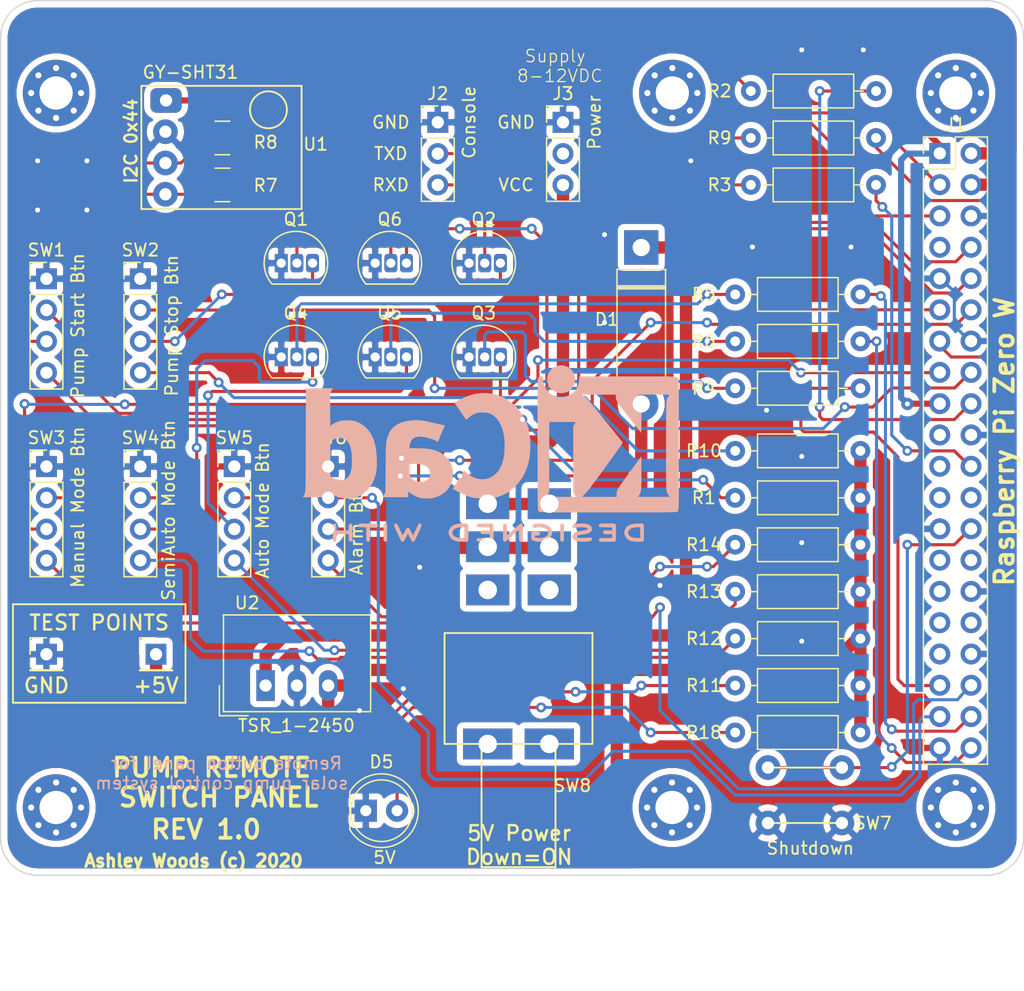
<source format=kicad_pcb>
(kicad_pcb (version 20171130) (host pcbnew "(5.1.6)-1")
  (layers (0 F.Cu signal) (31 B.Cu signal) (34 B.Paste user hide) (35 F.Paste user hide) (36 B.SilkS user hide) (37 F.SilkS user hide) (38 B.Mask user hide) (39 F.Mask user hide) (44 Edge.Cuts user))
  (net 0 "")
  (net 1 "Net-(D1-Pad1)")
  (net 2 "Net-(D1-Pad2)")
  (net 3 GND)
  (net 4 "Net-(D5-Pad2)")
  (net 5 3v3)
  (net 6 5V)
  (net 7 SDA)
  (net 8 SCL)
  (net 9 TXD)
  (net 10 RXD)
  (net 11 Semiauto_Mode_Button)
  (net 12 Auto_Mode_Button)
  (net 13 Alarm_Button_LED)
  (net 14 Pump_Start_Button)
  (net 15 Pump_Stop_Button)
  (net 16 Pump_Start_Button_LED)
  (net 17 Pump_Stop_Button_LED)
  (net 18 SHUTDOWN)
  (net 19 Manual_Mode_Button_LED)
  (net 20 Manual_Mode_Button)
  (net 21 Alarm_Button)
  (net 22 Semiauto_Mode_Button_LED)
  (net 23 Auto_Mode_Button_LED)
  (net 24 "Net-(J3-Pad3)")
  (net 25 "Net-(Q1-Pad3)")
  (net 26 "Net-(Q1-Pad2)")
  (net 27 "Net-(Q2-Pad2)")
  (net 28 "Net-(Q2-Pad3)")
  (net 29 "Net-(Q3-Pad2)")
  (net 30 "Net-(Q3-Pad3)")
  (net 31 "Net-(Q4-Pad2)")
  (net 32 "Net-(Q4-Pad3)")
  (net 33 "Net-(Q5-Pad3)")
  (net 34 "Net-(Q5-Pad2)")
  (net 35 "Net-(Q6-Pad3)")
  (net 36 "Net-(Q6-Pad2)")
  (net 37 "Net-(R1-Pad2)")
  (net 38 "Net-(R10-Pad2)")
  (net 39 "Net-(R11-Pad2)")
  (net 40 "Net-(R12-Pad2)")
  (net 41 "Net-(R13-Pad2)")
  (net 42 "Net-(R14-Pad2)")
  (module Symbol:KiCad-Logo2_12mm_SilkScreen (layer B.Cu) (at 208.788 81.534 180)
    (fp_text reference REF** hide)
    (fp_text value KiCad-Logo2_12mm_SilkScreen hide)
  )
  (module MountingHole:MountingHole_2.7mm_M2.5_Pad_Via (layer F.Cu) (at 223.5 53.5)
    (fp_text reference H2)
    (fp_text value Mount)
    (pad 1 thru_hole circle (at 1.431891 -1.431891) (size 0.8 0.8) (drill 0.5) (layers *.Cu *.Mask))
    (pad 1 thru_hole circle (at 0 -2.025) (size 0.8 0.8) (drill 0.5) (layers *.Cu *.Mask))
    (pad 1 thru_hole circle (at -1.431891 -1.431891) (size 0.8 0.8) (drill 0.5) (layers *.Cu *.Mask))
    (pad 1 thru_hole circle (at -2.025 0) (size 0.8 0.8) (drill 0.5) (layers *.Cu *.Mask))
    (pad 1 thru_hole circle (at -1.431891 1.431891) (size 0.8 0.8) (drill 0.5) (layers *.Cu *.Mask))
    (pad 1 thru_hole circle (at 0 2.025) (size 0.8 0.8) (drill 0.5) (layers *.Cu *.Mask))
    (pad 1 thru_hole circle (at 1.431891 1.431891) (size 0.8 0.8) (drill 0.5) (layers *.Cu *.Mask))
    (pad 1 thru_hole circle (at 2.025 0) (size 0.8 0.8) (drill 0.5) (layers *.Cu *.Mask))
    (pad 1 thru_hole circle (at 0 0) (size 5.4 5.4) (drill 2.7) (layers *.Cu *.Mask))
  )
  (module MountingHole:MountingHole_2.7mm_M2.5_Pad_Via (layer F.Cu) (at 246.5 111.5)
    (fp_text reference H1)
    (fp_text value Mount)
    (pad 1 thru_hole circle (at 1.431891 -1.431891) (size 0.8 0.8) (drill 0.5) (layers *.Cu *.Mask))
    (pad 1 thru_hole circle (at 0 -2.025) (size 0.8 0.8) (drill 0.5) (layers *.Cu *.Mask))
    (pad 1 thru_hole circle (at -1.431891 -1.431891) (size 0.8 0.8) (drill 0.5) (layers *.Cu *.Mask))
    (pad 1 thru_hole circle (at -2.025 0) (size 0.8 0.8) (drill 0.5) (layers *.Cu *.Mask))
    (pad 1 thru_hole circle (at -1.431891 1.431891) (size 0.8 0.8) (drill 0.5) (layers *.Cu *.Mask))
    (pad 1 thru_hole circle (at 0 2.025) (size 0.8 0.8) (drill 0.5) (layers *.Cu *.Mask))
    (pad 1 thru_hole circle (at 1.431891 1.431891) (size 0.8 0.8) (drill 0.5) (layers *.Cu *.Mask))
    (pad 1 thru_hole circle (at 2.025 0) (size 0.8 0.8) (drill 0.5) (layers *.Cu *.Mask))
    (pad 1 thru_hole circle (at 0 0) (size 5.4 5.4) (drill 2.7) (layers *.Cu *.Mask))
  )
  (module "Aw_footprints:Switch DPDT Jaycar ST0365" (layer F.Cu) (at 223.52 116.84)
    (fp_text reference SW8 (at -8.128 -7.112) (layer F.SilkS))
    (fp_text value SW_DPDT)
    (pad "" thru_hole rect (at -10 -10.5) (size 4 2.5) (drill 1.5) (layers *.Cu *.Mask))
    (pad "" thru_hole rect (at -15 -10.5) (size 4 2.5) (drill 1.5) (layers *.Cu *.Mask))
    (pad 6 thru_hole rect (at -10 -23) (size 3.5 2.5) (drill 1.5) (layers *.Cu *.Mask))
    (pad 5 thru_hole rect (at -10 -26.5) (size 3.5 2.5) (drill 1.5) (layers *.Cu *.Mask) (net 24 "Net-(J3-Pad3)"))
    (pad 3 thru_hole rect (at -15 -23) (size 3.5 2.5) (drill 1.5) (layers *.Cu *.Mask))
    (pad 2 thru_hole rect (at -15 -26.5) (size 3.5 2.5) (drill 1.5) (layers *.Cu *.Mask) (net 24 "Net-(J3-Pad3)"))
    (pad 4 thru_hole rect (at -10 -30) (size 3.5 2.5) (drill 1.5) (layers *.Cu *.Mask) (net 2 "Net-(D1-Pad2)"))
    (pad 1 thru_hole rect (at -15 -30) (size 3.5 2.5) (drill 1.5) (layers *.Cu *.Mask) (net 2 "Net-(D1-Pad2)"))
  )
  (module Diode_THT:D_5W_P12.70mm_Horizontal (layer F.Cu) (at 220.98 66.04 270)
    (fp_text reference D1 (at 5.842 2.794 180) (layer F.SilkS))
    (fp_text value D)
    (pad 1 thru_hole rect (at 0 0 270) (size 2.8 2.8) (drill 1.4) (layers *.Cu *.Mask) (net 1 "Net-(D1-Pad1)"))
    (pad 2 thru_hole oval (at 12.7 0 270) (size 2.8 2.8) (drill 1.4) (layers *.Cu *.Mask) (net 2 "Net-(D1-Pad2)"))
  )
  (module LED_THT:LED_D5.0mm (layer F.Cu) (at 198.628 111.76)
    (fp_text reference D5 (at 1.27 -3.96) (layer F.SilkS))
    (fp_text value 5V (at 1.524 3.81) (layer F.SilkS))
    (pad 1 thru_hole rect (at 0 0) (size 1.8 1.8) (drill 0.9) (layers *.Cu *.Mask) (net 3 GND))
    (pad 2 thru_hole circle (at 2.54 0) (size 1.8 1.8) (drill 0.9) (layers *.Cu *.Mask) (net 4 "Net-(D5-Pad2)"))
  )
  (module MountingHole:MountingHole_2.7mm_M2.5_Pad_Via (layer F.Cu) (at 173.5 111.5)
    (fp_text reference H3)
    (fp_text value Mount)
    (pad 1 thru_hole circle (at 0 0) (size 5.4 5.4) (drill 2.7) (layers *.Cu *.Mask))
    (pad 1 thru_hole circle (at 2.025 0) (size 0.8 0.8) (drill 0.5) (layers *.Cu *.Mask))
    (pad 1 thru_hole circle (at 1.431891 1.431891) (size 0.8 0.8) (drill 0.5) (layers *.Cu *.Mask))
    (pad 1 thru_hole circle (at 0 2.025) (size 0.8 0.8) (drill 0.5) (layers *.Cu *.Mask))
    (pad 1 thru_hole circle (at -1.431891 1.431891) (size 0.8 0.8) (drill 0.5) (layers *.Cu *.Mask))
    (pad 1 thru_hole circle (at -2.025 0) (size 0.8 0.8) (drill 0.5) (layers *.Cu *.Mask))
    (pad 1 thru_hole circle (at -1.431891 -1.431891) (size 0.8 0.8) (drill 0.5) (layers *.Cu *.Mask))
    (pad 1 thru_hole circle (at 0 -2.025) (size 0.8 0.8) (drill 0.5) (layers *.Cu *.Mask))
    (pad 1 thru_hole circle (at 1.431891 -1.431891) (size 0.8 0.8) (drill 0.5) (layers *.Cu *.Mask))
  )
  (module MountingHole:MountingHole_2.7mm_M2.5_Pad_Via (layer F.Cu) (at 173.5 53.5)
    (fp_text reference H4)
    (fp_text value Mount)
    (pad 1 thru_hole circle (at 1.431891 -1.431891) (size 0.8 0.8) (drill 0.5) (layers *.Cu *.Mask))
    (pad 1 thru_hole circle (at 0 -2.025) (size 0.8 0.8) (drill 0.5) (layers *.Cu *.Mask))
    (pad 1 thru_hole circle (at -1.431891 -1.431891) (size 0.8 0.8) (drill 0.5) (layers *.Cu *.Mask))
    (pad 1 thru_hole circle (at -2.025 0) (size 0.8 0.8) (drill 0.5) (layers *.Cu *.Mask))
    (pad 1 thru_hole circle (at -1.431891 1.431891) (size 0.8 0.8) (drill 0.5) (layers *.Cu *.Mask))
    (pad 1 thru_hole circle (at 0 2.025) (size 0.8 0.8) (drill 0.5) (layers *.Cu *.Mask))
    (pad 1 thru_hole circle (at 1.431891 1.431891) (size 0.8 0.8) (drill 0.5) (layers *.Cu *.Mask))
    (pad 1 thru_hole circle (at 2.025 0) (size 0.8 0.8) (drill 0.5) (layers *.Cu *.Mask))
    (pad 1 thru_hole circle (at 0 0) (size 5.4 5.4) (drill 2.7) (layers *.Cu *.Mask))
  )
  (module MountingHole:MountingHole_2.7mm_M2.5_Pad_Via (layer F.Cu) (at 223.475 111.5)
    (fp_text reference H5)
    (fp_text value Mount)
    (pad 1 thru_hole circle (at 1.431891 -1.431891) (size 0.8 0.8) (drill 0.5) (layers *.Cu *.Mask))
    (pad 1 thru_hole circle (at 0 -2.025) (size 0.8 0.8) (drill 0.5) (layers *.Cu *.Mask))
    (pad 1 thru_hole circle (at -1.431891 -1.431891) (size 0.8 0.8) (drill 0.5) (layers *.Cu *.Mask))
    (pad 1 thru_hole circle (at -2.025 0) (size 0.8 0.8) (drill 0.5) (layers *.Cu *.Mask))
    (pad 1 thru_hole circle (at -1.431891 1.431891) (size 0.8 0.8) (drill 0.5) (layers *.Cu *.Mask))
    (pad 1 thru_hole circle (at 0 2.025) (size 0.8 0.8) (drill 0.5) (layers *.Cu *.Mask))
    (pad 1 thru_hole circle (at 1.431891 1.431891) (size 0.8 0.8) (drill 0.5) (layers *.Cu *.Mask))
    (pad 1 thru_hole circle (at 2.025 0) (size 0.8 0.8) (drill 0.5) (layers *.Cu *.Mask))
    (pad 1 thru_hole circle (at 0 0) (size 5.4 5.4) (drill 2.7) (layers *.Cu *.Mask))
  )
  (module MountingHole:MountingHole_2.7mm_M2.5_Pad_Via (layer F.Cu) (at 246.5 53.5)
    (fp_text reference H6)
    (fp_text value Mount)
    (pad 1 thru_hole circle (at 0 0) (size 5.4 5.4) (drill 2.7) (layers *.Cu *.Mask))
    (pad 1 thru_hole circle (at 2.025 0) (size 0.8 0.8) (drill 0.5) (layers *.Cu *.Mask))
    (pad 1 thru_hole circle (at 1.431891 1.431891) (size 0.8 0.8) (drill 0.5) (layers *.Cu *.Mask))
    (pad 1 thru_hole circle (at 0 2.025) (size 0.8 0.8) (drill 0.5) (layers *.Cu *.Mask))
    (pad 1 thru_hole circle (at -1.431891 1.431891) (size 0.8 0.8) (drill 0.5) (layers *.Cu *.Mask))
    (pad 1 thru_hole circle (at -2.025 0) (size 0.8 0.8) (drill 0.5) (layers *.Cu *.Mask))
    (pad 1 thru_hole circle (at -1.431891 -1.431891) (size 0.8 0.8) (drill 0.5) (layers *.Cu *.Mask))
    (pad 1 thru_hole circle (at 0 -2.025) (size 0.8 0.8) (drill 0.5) (layers *.Cu *.Mask))
    (pad 1 thru_hole circle (at 1.431891 -1.431891) (size 0.8 0.8) (drill 0.5) (layers *.Cu *.Mask))
  )
  (module Connector_PinHeader_2.54mm:PinHeader_2x20_P2.54mm_Vertical (layer F.Cu) (at 245.2 58.4)
    (fp_text reference J1 (at 1.27 -2.33) (layer F.SilkS))
    (fp_text value Raspberry_Pi_2_3)
    (pad 1 thru_hole rect (at 0 0) (size 1.7 1.7) (drill 1) (layers *.Cu *.Mask) (net 5 3v3))
    (pad 2 thru_hole oval (at 2.54 0) (size 1.7 1.7) (drill 1) (layers *.Cu *.Mask) (net 6 5V))
    (pad 3 thru_hole oval (at 0 2.54) (size 1.7 1.7) (drill 1) (layers *.Cu *.Mask) (net 7 SDA))
    (pad 4 thru_hole oval (at 2.54 2.54) (size 1.7 1.7) (drill 1) (layers *.Cu *.Mask) (net 6 5V))
    (pad 5 thru_hole oval (at 0 5.08) (size 1.7 1.7) (drill 1) (layers *.Cu *.Mask) (net 8 SCL))
    (pad 6 thru_hole oval (at 2.54 5.08) (size 1.7 1.7) (drill 1) (layers *.Cu *.Mask) (net 3 GND))
    (pad 7 thru_hole oval (at 0 7.62) (size 1.7 1.7) (drill 1) (layers *.Cu *.Mask))
    (pad 8 thru_hole oval (at 2.54 7.62) (size 1.7 1.7) (drill 1) (layers *.Cu *.Mask) (net 9 TXD))
    (pad 9 thru_hole oval (at 0 10.16) (size 1.7 1.7) (drill 1) (layers *.Cu *.Mask) (net 3 GND))
    (pad 10 thru_hole oval (at 2.54 10.16) (size 1.7 1.7) (drill 1) (layers *.Cu *.Mask) (net 10 RXD))
    (pad 11 thru_hole oval (at 0 12.7) (size 1.7 1.7) (drill 1) (layers *.Cu *.Mask) (net 11 Semiauto_Mode_Button))
    (pad 12 thru_hole oval (at 2.54 12.7) (size 1.7 1.7) (drill 1) (layers *.Cu *.Mask) (net 12 Auto_Mode_Button))
    (pad 13 thru_hole oval (at 0 15.24) (size 1.7 1.7) (drill 1) (layers *.Cu *.Mask) (net 13 Alarm_Button_LED))
    (pad 14 thru_hole oval (at 2.54 15.24) (size 1.7 1.7) (drill 1) (layers *.Cu *.Mask) (net 3 GND))
    (pad 15 thru_hole oval (at 0 17.78) (size 1.7 1.7) (drill 1) (layers *.Cu *.Mask) (net 14 Pump_Start_Button))
    (pad 16 thru_hole oval (at 2.54 17.78) (size 1.7 1.7) (drill 1) (layers *.Cu *.Mask) (net 15 Pump_Stop_Button))
    (pad 17 thru_hole oval (at 0 20.32) (size 1.7 1.7) (drill 1) (layers *.Cu *.Mask) (net 5 3v3))
    (pad 18 thru_hole oval (at 2.54 20.32) (size 1.7 1.7) (drill 1) (layers *.Cu *.Mask) (net 16 Pump_Start_Button_LED))
    (pad 19 thru_hole oval (at 0 22.86) (size 1.7 1.7) (drill 1) (layers *.Cu *.Mask))
    (pad 20 thru_hole oval (at 2.54 22.86) (size 1.7 1.7) (drill 1) (layers *.Cu *.Mask) (net 3 GND))
    (pad 21 thru_hole oval (at 0 25.4) (size 1.7 1.7) (drill 1) (layers *.Cu *.Mask))
    (pad 22 thru_hole oval (at 2.54 25.4) (size 1.7 1.7) (drill 1) (layers *.Cu *.Mask) (net 17 Pump_Stop_Button_LED))
    (pad 23 thru_hole oval (at 0 27.94) (size 1.7 1.7) (drill 1) (layers *.Cu *.Mask))
    (pad 24 thru_hole oval (at 2.54 27.94) (size 1.7 1.7) (drill 1) (layers *.Cu *.Mask))
    (pad 25 thru_hole oval (at 0 30.48) (size 1.7 1.7) (drill 1) (layers *.Cu *.Mask) (net 3 GND))
    (pad 26 thru_hole oval (at 2.54 30.48) (size 1.7 1.7) (drill 1) (layers *.Cu *.Mask) (net 18 SHUTDOWN))
    (pad 27 thru_hole oval (at 0 33.02) (size 1.7 1.7) (drill 1) (layers *.Cu *.Mask))
    (pad 28 thru_hole oval (at 2.54 33.02) (size 1.7 1.7) (drill 1) (layers *.Cu *.Mask))
    (pad 29 thru_hole oval (at 0 35.56) (size 1.7 1.7) (drill 1) (layers *.Cu *.Mask))
    (pad 30 thru_hole oval (at 2.54 35.56) (size 1.7 1.7) (drill 1) (layers *.Cu *.Mask) (net 3 GND))
    (pad 31 thru_hole oval (at 0 38.1) (size 1.7 1.7) (drill 1) (layers *.Cu *.Mask))
    (pad 32 thru_hole oval (at 2.54 38.1) (size 1.7 1.7) (drill 1) (layers *.Cu *.Mask))
    (pad 33 thru_hole oval (at 0 40.64) (size 1.7 1.7) (drill 1) (layers *.Cu *.Mask))
    (pad 34 thru_hole oval (at 2.54 40.64) (size 1.7 1.7) (drill 1) (layers *.Cu *.Mask) (net 3 GND))
    (pad 35 thru_hole oval (at 0 43.18) (size 1.7 1.7) (drill 1) (layers *.Cu *.Mask) (net 19 Manual_Mode_Button_LED))
    (pad 36 thru_hole oval (at 2.54 43.18) (size 1.7 1.7) (drill 1) (layers *.Cu *.Mask) (net 20 Manual_Mode_Button))
    (pad 37 thru_hole oval (at 0 45.72) (size 1.7 1.7) (drill 1) (layers *.Cu *.Mask) (net 21 Alarm_Button))
    (pad 38 thru_hole oval (at 2.54 45.72) (size 1.7 1.7) (drill 1) (layers *.Cu *.Mask) (net 22 Semiauto_Mode_Button_LED))
    (pad 39 thru_hole oval (at 0 48.26) (size 1.7 1.7) (drill 1) (layers *.Cu *.Mask) (net 3 GND))
    (pad 40 thru_hole oval (at 2.54 48.26) (size 1.7 1.7) (drill 1) (layers *.Cu *.Mask) (net 23 Auto_Mode_Button_LED))
  )
  (module Connector_PinHeader_2.54mm:PinHeader_1x03_P2.54mm_Vertical (layer F.Cu) (at 204.47 55.88)
    (fp_text reference J2 (at 0 -2.33) (layer F.SilkS))
    (fp_text value "Serial Console Connector")
    (pad 1 thru_hole rect (at 0 0) (size 1.7 1.7) (drill 1) (layers *.Cu *.Mask) (net 3 GND))
    (pad 2 thru_hole oval (at 0 2.54) (size 1.7 1.7) (drill 1) (layers *.Cu *.Mask) (net 9 TXD))
    (pad 3 thru_hole oval (at 0 5.08) (size 1.7 1.7) (drill 1) (layers *.Cu *.Mask) (net 10 RXD))
  )
  (module Connector_PinHeader_2.54mm:PinHeader_1x03_P2.54mm_Vertical (layer F.Cu) (at 214.63 55.88)
    (fp_text reference J3 (at 0 -2.33) (layer F.SilkS))
    (fp_text value "Power Input Connector")
    (pad 3 thru_hole oval (at 0 5.08) (size 1.7 1.7) (drill 1) (layers *.Cu *.Mask) (net 24 "Net-(J3-Pad3)"))
    (pad 2 thru_hole oval (at 0 2.54) (size 1.7 1.7) (drill 1) (layers *.Cu *.Mask))
    (pad 1 thru_hole rect (at 0 0) (size 1.7 1.7) (drill 1) (layers *.Cu *.Mask) (net 3 GND))
  )
  (module Package_TO_SOT_THT:TO-92L_Inline (layer F.Cu) (at 191.77 67.31)
    (fp_text reference Q1 (at 1.19 -3.56) (layer F.SilkS))
    (fp_text value P2N2222A)
    (pad 1 thru_hole rect (at 0 0) (size 1.05 1.5) (drill 0.75) (layers *.Cu *.Mask) (net 3 GND))
    (pad 3 thru_hole roundrect (at 2.54 0) (size 1.05 1.5) (drill 0.75) (layers *.Cu *.Mask) (net 25 "Net-(Q1-Pad3)"))
    (pad 2 thru_hole roundrect (at 1.27 0) (size 1.05 1.5) (drill 0.75) (layers *.Cu *.Mask) (net 26 "Net-(Q1-Pad2)"))
  )
  (module Package_TO_SOT_THT:TO-92L_Inline (layer F.Cu) (at 207.01 67.31)
    (fp_text reference Q2 (at 1.19 -3.56) (layer F.SilkS))
    (fp_text value P2N2222A)
    (pad 2 thru_hole roundrect (at 1.27 0) (size 1.05 1.5) (drill 0.75) (layers *.Cu *.Mask) (net 27 "Net-(Q2-Pad2)"))
    (pad 3 thru_hole roundrect (at 2.54 0) (size 1.05 1.5) (drill 0.75) (layers *.Cu *.Mask) (net 28 "Net-(Q2-Pad3)"))
    (pad 1 thru_hole rect (at 0 0) (size 1.05 1.5) (drill 0.75) (layers *.Cu *.Mask) (net 3 GND))
  )
  (module Package_TO_SOT_THT:TO-92L_Inline (layer F.Cu) (at 207.01 74.93)
    (fp_text reference Q3 (at 1.19 -3.56) (layer F.SilkS))
    (fp_text value P2N2222A)
    (pad 2 thru_hole roundrect (at 1.27 0) (size 1.05 1.5) (drill 0.75) (layers *.Cu *.Mask) (net 29 "Net-(Q3-Pad2)"))
    (pad 3 thru_hole roundrect (at 2.54 0) (size 1.05 1.5) (drill 0.75) (layers *.Cu *.Mask) (net 30 "Net-(Q3-Pad3)"))
    (pad 1 thru_hole rect (at 0 0) (size 1.05 1.5) (drill 0.75) (layers *.Cu *.Mask) (net 3 GND))
  )
  (module Package_TO_SOT_THT:TO-92L_Inline (layer F.Cu) (at 191.77 74.93)
    (fp_text reference Q4 (at 1.19 -3.56) (layer F.SilkS))
    (fp_text value P2N2222A)
    (pad 2 thru_hole roundrect (at 1.27 0) (size 1.05 1.5) (drill 0.75) (layers *.Cu *.Mask) (net 31 "Net-(Q4-Pad2)"))
    (pad 3 thru_hole roundrect (at 2.54 0) (size 1.05 1.5) (drill 0.75) (layers *.Cu *.Mask) (net 32 "Net-(Q4-Pad3)"))
    (pad 1 thru_hole rect (at 0 0) (size 1.05 1.5) (drill 0.75) (layers *.Cu *.Mask) (net 3 GND))
  )
  (module Package_TO_SOT_THT:TO-92L_Inline (layer F.Cu) (at 199.39 74.93)
    (fp_text reference Q5 (at 1.19 -3.56) (layer F.SilkS))
    (fp_text value P2N2222A)
    (pad 1 thru_hole rect (at 0 0) (size 1.05 1.5) (drill 0.75) (layers *.Cu *.Mask) (net 3 GND))
    (pad 3 thru_hole roundrect (at 2.54 0) (size 1.05 1.5) (drill 0.75) (layers *.Cu *.Mask) (net 33 "Net-(Q5-Pad3)"))
    (pad 2 thru_hole roundrect (at 1.27 0) (size 1.05 1.5) (drill 0.75) (layers *.Cu *.Mask) (net 34 "Net-(Q5-Pad2)"))
  )
  (module Package_TO_SOT_THT:TO-92L_Inline (layer F.Cu) (at 199.39 67.31)
    (fp_text reference Q6 (at 1.19 -3.56) (layer F.SilkS))
    (fp_text value P2N2222A)
    (pad 1 thru_hole rect (at 0 0) (size 1.05 1.5) (drill 0.75) (layers *.Cu *.Mask) (net 3 GND))
    (pad 3 thru_hole roundrect (at 2.54 0) (size 1.05 1.5) (drill 0.75) (layers *.Cu *.Mask) (net 35 "Net-(Q6-Pad3)"))
    (pad 2 thru_hole roundrect (at 1.27 0) (size 1.05 1.5) (drill 0.75) (layers *.Cu *.Mask) (net 36 "Net-(Q6-Pad2)"))
  )
  (module Resistor_THT:R_Axial_DIN0207_L6.3mm_D2.5mm_P10.16mm_Horizontal (layer F.Cu) (at 238.76 86.36 180)
    (fp_text reference R1 (at 12.7 0) (layer F.SilkS))
    (fp_text value 220R)
    (pad 1 thru_hole circle (at 0 0 180) (size 1.6 1.6) (drill 0.8) (layers *.Cu *.Mask) (net 6 5V))
    (pad 2 thru_hole oval (at 10.16 0 180) (size 1.6 1.6) (drill 0.8) (layers *.Cu *.Mask) (net 37 "Net-(R1-Pad2)"))
  )
  (module Resistor_THT:R_Axial_DIN0207_L6.3mm_D2.5mm_P10.16mm_Horizontal (layer F.Cu) (at 229.87 53.34)
    (fp_text reference R2 (at -2.54 0) (layer F.SilkS))
    (fp_text value 4k3)
    (pad 2 thru_hole oval (at 10.16 0) (size 1.6 1.6) (drill 0.8) (layers *.Cu *.Mask) (net 16 Pump_Start_Button_LED))
    (pad 1 thru_hole circle (at 0 0) (size 1.6 1.6) (drill 0.8) (layers *.Cu *.Mask) (net 26 "Net-(Q1-Pad2)"))
  )
  (module Resistor_THT:R_Axial_DIN0207_L6.3mm_D2.5mm_P10.16mm_Horizontal (layer F.Cu) (at 229.87 60.96)
    (fp_text reference R3 (at -2.54 0) (layer F.SilkS))
    (fp_text value 4k3)
    (pad 1 thru_hole circle (at 0 0) (size 1.6 1.6) (drill 0.8) (layers *.Cu *.Mask) (net 27 "Net-(Q2-Pad2)"))
    (pad 2 thru_hole oval (at 10.16 0) (size 1.6 1.6) (drill 0.8) (layers *.Cu *.Mask) (net 17 Pump_Stop_Button_LED))
  )
  (module Resistor_THT:R_Axial_DIN0207_L6.3mm_D2.5mm_P10.16mm_Horizontal (layer F.Cu) (at 228.6 77.47)
    (fp_text reference R4 (at -2.54 0) (layer F.SilkS))
    (fp_text value 4k3)
    (pad 2 thru_hole oval (at 10.16 0) (size 1.6 1.6) (drill 0.8) (layers *.Cu *.Mask) (net 19 Manual_Mode_Button_LED))
    (pad 1 thru_hole circle (at 0 0) (size 1.6 1.6) (drill 0.8) (layers *.Cu *.Mask) (net 29 "Net-(Q3-Pad2)"))
  )
  (module Resistor_THT:R_Axial_DIN0207_L6.3mm_D2.5mm_P10.16mm_Horizontal (layer F.Cu) (at 228.6 69.85)
    (fp_text reference R5 (at -2.54 0) (layer F.SilkS))
    (fp_text value 4k3)
    (pad 2 thru_hole oval (at 10.16 0) (size 1.6 1.6) (drill 0.8) (layers *.Cu *.Mask) (net 22 Semiauto_Mode_Button_LED))
    (pad 1 thru_hole circle (at 0 0) (size 1.6 1.6) (drill 0.8) (layers *.Cu *.Mask) (net 31 "Net-(Q4-Pad2)"))
  )
  (module Resistor_THT:R_Axial_DIN0207_L6.3mm_D2.5mm_P10.16mm_Horizontal (layer F.Cu) (at 228.6 73.66)
    (fp_text reference R6 (at -2.54 0) (layer F.SilkS))
    (fp_text value 4k3)
    (pad 1 thru_hole circle (at 0 0) (size 1.6 1.6) (drill 0.8) (layers *.Cu *.Mask) (net 34 "Net-(Q5-Pad2)"))
    (pad 2 thru_hole oval (at 10.16 0) (size 1.6 1.6) (drill 0.8) (layers *.Cu *.Mask) (net 23 Auto_Mode_Button_LED))
  )
  (module Resistor_SMD:R_1210_3225Metric_Pad1.42x2.65mm_HandSolder (layer F.Cu) (at 187 60.96 180)
    (fp_text reference R7 (at -3.5 -0.04) (layer F.SilkS))
    (fp_text value 10K)
    (pad 2 smd roundrect (at 1.4875 0 180) (size 1.425 2.65) (layers F.Cu F.Paste F.Mask) (roundrect_rratio 0.175439) (net 7 SDA))
    (pad 1 smd roundrect (at -1.4875 0 180) (size 1.425 2.65) (layers F.Cu F.Paste F.Mask) (roundrect_rratio 0.175439) (net 5 3v3))
  )
  (module Resistor_SMD:R_1210_3225Metric_Pad1.42x2.65mm_HandSolder (layer F.Cu) (at 187 57.15 180)
    (fp_text reference R8 (at -3.5 -0.35) (layer F.SilkS))
    (fp_text value 10K)
    (pad 1 smd roundrect (at -1.4875 0 180) (size 1.425 2.65) (layers F.Cu F.Paste F.Mask) (roundrect_rratio 0.175439) (net 5 3v3))
    (pad 2 smd roundrect (at 1.4875 0 180) (size 1.425 2.65) (layers F.Cu F.Paste F.Mask) (roundrect_rratio 0.175439) (net 8 SCL))
  )
  (module Resistor_THT:R_Axial_DIN0207_L6.3mm_D2.5mm_P10.16mm_Horizontal (layer F.Cu) (at 229.87 57.15)
    (fp_text reference R9 (at -2.54 0) (layer F.SilkS))
    (fp_text value 4k3)
    (pad 1 thru_hole circle (at 0 0) (size 1.6 1.6) (drill 0.8) (layers *.Cu *.Mask) (net 36 "Net-(Q6-Pad2)"))
    (pad 2 thru_hole oval (at 10.16 0) (size 1.6 1.6) (drill 0.8) (layers *.Cu *.Mask) (net 13 Alarm_Button_LED))
  )
  (module Resistor_THT:R_Axial_DIN0207_L6.3mm_D2.5mm_P10.16mm_Horizontal (layer F.Cu) (at 238.76 82.55 180)
    (fp_text reference R10 (at 12.7 0) (layer F.SilkS))
    (fp_text value 220R)
    (pad 2 thru_hole oval (at 10.16 0 180) (size 1.6 1.6) (drill 0.8) (layers *.Cu *.Mask) (net 38 "Net-(R10-Pad2)"))
    (pad 1 thru_hole circle (at 0 0 180) (size 1.6 1.6) (drill 0.8) (layers *.Cu *.Mask) (net 6 5V))
  )
  (module Resistor_THT:R_Axial_DIN0207_L6.3mm_D2.5mm_P10.16mm_Horizontal (layer F.Cu) (at 238.76 101.6 180)
    (fp_text reference R11 (at 12.7 0) (layer F.SilkS))
    (fp_text value 220R)
    (pad 1 thru_hole circle (at 0 0 180) (size 1.6 1.6) (drill 0.8) (layers *.Cu *.Mask) (net 6 5V))
    (pad 2 thru_hole oval (at 10.16 0 180) (size 1.6 1.6) (drill 0.8) (layers *.Cu *.Mask) (net 39 "Net-(R11-Pad2)"))
  )
  (module Resistor_THT:R_Axial_DIN0207_L6.3mm_D2.5mm_P10.16mm_Horizontal (layer F.Cu) (at 238.76 97.79 180)
    (fp_text reference R12 (at 12.7 0) (layer F.SilkS))
    (fp_text value 220R)
    (pad 1 thru_hole circle (at 0 0 180) (size 1.6 1.6) (drill 0.8) (layers *.Cu *.Mask) (net 6 5V))
    (pad 2 thru_hole oval (at 10.16 0 180) (size 1.6 1.6) (drill 0.8) (layers *.Cu *.Mask) (net 40 "Net-(R12-Pad2)"))
  )
  (module Resistor_THT:R_Axial_DIN0207_L6.3mm_D2.5mm_P10.16mm_Horizontal (layer F.Cu) (at 238.76 93.98 180)
    (fp_text reference R13 (at 12.7 0) (layer F.SilkS))
    (fp_text value 220R)
    (pad 2 thru_hole oval (at 10.16 0 180) (size 1.6 1.6) (drill 0.8) (layers *.Cu *.Mask) (net 41 "Net-(R13-Pad2)"))
    (pad 1 thru_hole circle (at 0 0 180) (size 1.6 1.6) (drill 0.8) (layers *.Cu *.Mask) (net 6 5V))
  )
  (module Resistor_THT:R_Axial_DIN0207_L6.3mm_D2.5mm_P10.16mm_Horizontal (layer F.Cu) (at 238.76 90.17 180)
    (fp_text reference R14 (at 12.7 0) (layer F.SilkS))
    (fp_text value 220R)
    (pad 1 thru_hole circle (at 0 0 180) (size 1.6 1.6) (drill 0.8) (layers *.Cu *.Mask) (net 6 5V))
    (pad 2 thru_hole oval (at 10.16 0 180) (size 1.6 1.6) (drill 0.8) (layers *.Cu *.Mask) (net 42 "Net-(R14-Pad2)"))
  )
  (module Resistor_THT:R_Axial_DIN0207_L6.3mm_D2.5mm_P10.16mm_Horizontal (layer F.Cu) (at 228.6 105.41)
    (fp_text reference R18 (at -2.54 0) (layer F.SilkS))
    (fp_text value 220R)
    (pad 2 thru_hole oval (at 10.16 0) (size 1.6 1.6) (drill 0.8) (layers *.Cu *.Mask) (net 6 5V))
    (pad 1 thru_hole circle (at 0 0) (size 1.6 1.6) (drill 0.8) (layers *.Cu *.Mask) (net 4 "Net-(D5-Pad2)"))
  )
  (module Connector_PinHeader_2.54mm:PinHeader_1x04_P2.54mm_Vertical (layer F.Cu) (at 172.72 68.58)
    (fp_text reference SW1 (at 0 -2.33) (layer F.SilkS))
    (fp_text value "Pump Start Button")
    (pad 4 thru_hole oval (at 0 7.62) (size 1.7 1.7) (drill 1) (layers *.Cu *.Mask) (net 37 "Net-(R1-Pad2)"))
    (pad 3 thru_hole oval (at 0 5.08) (size 1.7 1.7) (drill 1) (layers *.Cu *.Mask) (net 25 "Net-(Q1-Pad3)"))
    (pad 2 thru_hole oval (at 0 2.54) (size 1.7 1.7) (drill 1) (layers *.Cu *.Mask) (net 14 Pump_Start_Button))
    (pad 1 thru_hole rect (at 0 0) (size 1.7 1.7) (drill 1) (layers *.Cu *.Mask) (net 3 GND))
  )
  (module Connector_PinHeader_2.54mm:PinHeader_1x04_P2.54mm_Vertical (layer F.Cu) (at 180.34 68.58)
    (fp_text reference SW2 (at 0 -2.33) (layer F.SilkS))
    (fp_text value "Pump Stop Button")
    (pad 1 thru_hole rect (at 0 0) (size 1.7 1.7) (drill 1) (layers *.Cu *.Mask) (net 3 GND))
    (pad 2 thru_hole oval (at 0 2.54) (size 1.7 1.7) (drill 1) (layers *.Cu *.Mask) (net 15 Pump_Stop_Button))
    (pad 3 thru_hole oval (at 0 5.08) (size 1.7 1.7) (drill 1) (layers *.Cu *.Mask) (net 28 "Net-(Q2-Pad3)"))
    (pad 4 thru_hole oval (at 0 7.62) (size 1.7 1.7) (drill 1) (layers *.Cu *.Mask) (net 38 "Net-(R10-Pad2)"))
  )
  (module Connector_PinHeader_2.54mm:PinHeader_1x04_P2.54mm_Vertical (layer F.Cu) (at 172.72 83.82)
    (fp_text reference SW3 (at 0 -2.33) (layer F.SilkS))
    (fp_text value "Manual Mode Button")
    (pad 1 thru_hole rect (at 0 0) (size 1.7 1.7) (drill 1) (layers *.Cu *.Mask) (net 3 GND))
    (pad 2 thru_hole oval (at 0 2.54) (size 1.7 1.7) (drill 1) (layers *.Cu *.Mask) (net 20 Manual_Mode_Button))
    (pad 3 thru_hole oval (at 0 5.08) (size 1.7 1.7) (drill 1) (layers *.Cu *.Mask) (net 30 "Net-(Q3-Pad3)"))
    (pad 4 thru_hole oval (at 0 7.62) (size 1.7 1.7) (drill 1) (layers *.Cu *.Mask) (net 39 "Net-(R11-Pad2)"))
  )
  (module Connector_PinHeader_2.54mm:PinHeader_1x04_P2.54mm_Vertical (layer F.Cu) (at 180.34 83.82)
    (fp_text reference SW4 (at 0 -2.33) (layer F.SilkS))
    (fp_text value "Semiauto Mode Button")
    (pad 4 thru_hole oval (at 0 7.62) (size 1.7 1.7) (drill 1) (layers *.Cu *.Mask) (net 40 "Net-(R12-Pad2)"))
    (pad 3 thru_hole oval (at 0 5.08) (size 1.7 1.7) (drill 1) (layers *.Cu *.Mask) (net 32 "Net-(Q4-Pad3)"))
    (pad 2 thru_hole oval (at 0 2.54) (size 1.7 1.7) (drill 1) (layers *.Cu *.Mask) (net 11 Semiauto_Mode_Button))
    (pad 1 thru_hole rect (at 0 0) (size 1.7 1.7) (drill 1) (layers *.Cu *.Mask) (net 3 GND))
  )
  (module Connector_PinHeader_2.54mm:PinHeader_1x04_P2.54mm_Vertical (layer F.Cu) (at 187.96 83.82)
    (fp_text reference SW5 (at 0 -2.33) (layer F.SilkS))
    (fp_text value "Auto Mode Button")
    (pad 1 thru_hole rect (at 0 0) (size 1.7 1.7) (drill 1) (layers *.Cu *.Mask) (net 3 GND))
    (pad 2 thru_hole oval (at 0 2.54) (size 1.7 1.7) (drill 1) (layers *.Cu *.Mask) (net 12 Auto_Mode_Button))
    (pad 3 thru_hole oval (at 0 5.08) (size 1.7 1.7) (drill 1) (layers *.Cu *.Mask) (net 33 "Net-(Q5-Pad3)"))
    (pad 4 thru_hole oval (at 0 7.62) (size 1.7 1.7) (drill 1) (layers *.Cu *.Mask) (net 41 "Net-(R13-Pad2)"))
  )
  (module Connector_PinHeader_2.54mm:PinHeader_1x04_P2.54mm_Vertical (layer F.Cu) (at 195.58 83.82)
    (fp_text reference SW6 (at 0 -2.33) (layer F.SilkS))
    (fp_text value "Alarm Button")
    (pad 4 thru_hole oval (at 0 7.62) (size 1.7 1.7) (drill 1) (layers *.Cu *.Mask) (net 42 "Net-(R14-Pad2)"))
    (pad 3 thru_hole oval (at 0 5.08) (size 1.7 1.7) (drill 1) (layers *.Cu *.Mask) (net 35 "Net-(Q6-Pad3)"))
    (pad 2 thru_hole oval (at 0 2.54) (size 1.7 1.7) (drill 1) (layers *.Cu *.Mask) (net 21 Alarm_Button))
    (pad 1 thru_hole rect (at 0 0) (size 1.7 1.7) (drill 1) (layers *.Cu *.Mask) (net 3 GND))
  )
  (module "Aw_footprints:PCB Switch RS 479-1413" (layer F.Cu) (at 238.76 111.76)
    (fp_text reference SW7 (at 1.016 1.016) (layer F.SilkS))
    (fp_text value Shutdown (at -4.064 3.048) (layer F.SilkS))
    (pad 1 thru_hole circle (at -7.5 -3.5) (size 2 2) (drill 1) (layers *.Cu *.Mask) (net 18 SHUTDOWN))
    (pad 3 thru_hole circle (at -7.5 1) (size 2 2) (drill 1) (layers *.Cu *.Mask) (net 3 GND))
    (pad 4 thru_hole circle (at -1.5 1) (size 2 2) (drill 1) (layers *.Cu *.Mask) (net 3 GND))
    (pad 2 thru_hole circle (at -1.5 -3.5) (size 2 2) (drill 1) (layers *.Cu *.Mask) (net 18 SHUTDOWN))
  )
  (module Connector_PinHeader_2.54mm:PinHeader_1x01_P2.54mm_Vertical (layer F.Cu) (at 172.72 99.06)
    (fp_text reference TP1)
    (fp_text value "TP GND")
    (pad 1 thru_hole rect (at 0 0) (size 1.7 1.7) (drill 1) (layers *.Cu *.Mask) (net 3 GND))
  )
  (module Connector_PinHeader_2.54mm:PinHeader_1x01_P2.54mm_Vertical (layer F.Cu) (at 181.61 99.06)
    (fp_text reference TP2)
    (fp_text value "TP +5V")
    (pad 1 thru_hole rect (at 0 0) (size 1.7 1.7) (drill 1) (layers *.Cu *.Mask) (net 6 5V))
  )
  (module Aw_footprints:GY_SHT31_Breakout (layer F.Cu) (at 185.42 58.42)
    (fp_text reference U1 (at 9.144 -0.762) (layer F.SilkS))
    (fp_text value GY_SHT31-Breakout-pycom)
    (fp_text user GY-SHT31 (at -1.016 -6.604) (layer F.SilkS))
    (pad 1 thru_hole roundrect (at -3 -4.318) (size 2.54 2) (drill 1) (layers *.Cu *.Mask) (net 5 3v3))
    (pad 2 thru_hole circle (at -3.048 -1.778) (size 2 2) (drill 1) (layers *.Cu *.Mask) (net 3 GND))
    (pad 3 thru_hole circle (at -3.048 0.762) (size 2 2) (drill 1) (layers *.Cu *.Mask) (net 8 SCL))
    (pad 4 thru_hole circle (at -3.048 3.302) (size 2 2) (drill 1) (layers *.Cu *.Mask) (net 7 SDA))
  )
  (module Converter_DCDC:Converter_DCDC_TRACO_TSR-1_THT (layer F.Cu) (at 190.5 101.6)
    (fp_text reference U2 (at -1.5 -6.71) (layer F.SilkS))
    (fp_text value TSR_1-2450 (at 2.5 3.25) (layer F.SilkS))
    (pad 1 thru_hole rect (at 0 0) (size 1.5 2.5) (drill 1) (layers *.Cu *.Mask) (net 1 "Net-(D1-Pad1)"))
    (pad 2 thru_hole oval (at 2.54 0) (size 1.5 2.5) (drill 1) (layers *.Cu *.Mask) (net 3 GND))
    (pad 3 thru_hole oval (at 5.08 0) (size 1.5 2.5) (drill 1) (layers *.Cu *.Mask) (net 6 5V))
  )
  (gr_text "TEST POINTS" (at 177 96.5) (layer F.SilkS) (effects (font (size 1.2 1.2) (thickness 0.2))))
  (gr_line (start 170 103) (end 170 95) (layer F.SilkS) (width 0.15))
  (gr_line (start 184 103) (end 170 103) (layer F.SilkS) (width 0.15))
  (gr_line (start 184 95) (end 184 103) (layer F.SilkS) (width 0.15))
  (gr_line (start 170 95) (end 184 95) (layer F.SilkS) (width 0.15))
  (gr_text "REV 1.0" (at 185.674 113.284) (layer F.SilkS) (effects (font (size 1.5 1.5) (thickness 0.3))))
  (gr_text "Remote button panel for \nsolar pump control system" (at 186.944 108.712) (layer B.SilkS) (effects (font (size 1 1)) (justify mirror)))
  (gr_text "I2C 0x44" (at 179.578 57.404 90) (layer F.SilkS) (effects (font (size 1 1) (thickness 0.2))))
  (gr_text "Supply \n8-12VDC" (at 214.376 51.308) (layer F.SilkS) (effects (font (size 1 1) (thickness 0.1))))
  (gr_text "Alarm Btn" (at 197.866 88.9 90) (layer F.SilkS) (effects (font (size 1 1))))
  (gr_text "Auto Mode Btn" (at 190.246 87.376 90) (layer F.SilkS) (effects (font (size 1 1))))
  (gr_text "SemiAuto Mode Btn" (at 182.626 87.376 90) (layer F.SilkS) (effects (font (size 1 1))))
  (gr_text "Manual Mode Btn" (at 175.26 87.122 90) (layer F.SilkS) (effects (font (size 1 1))))
  (gr_text +5V (at 181.61 101.6) (layer F.SilkS) (effects (font (size 1.2 1.2) (thickness 0.2))))
  (gr_text GND (at 172.72 101.6) (layer F.SilkS) (effects (font (size 1.2 1.2) (thickness 0.2))))
  (gr_text "Raspberry Pi Zero W" (at 250.444 81.788 90) (layer F.SilkS) (effects (font (size 1.5 1.5) (thickness 0.3))))
  (gr_text "Ashley Woods (c) 2020" (at 184.658 115.824) (layer F.SilkS) (effects (font (size 1 1) (thickness 0.25))))
  (gr_text "PUMP REMOTE \nSWITCH PANEL" (at 186.69 109.474) (layer F.SilkS) (effects (font (size 1.5 1.5) (thickness 0.3))))
  (gr_text "5V Power\nDown=ON" (at 211.074 114.554) (layer F.SilkS) (effects (font (size 1.2 1.2) (thickness 0.2))))
  (gr_text "Pump Stop Btn" (at 182.88 72.39 90) (layer F.SilkS) (effects (font (size 1 1))))
  (gr_text "Pump Start Btn" (at 175.26 72.39 90) (layer F.SilkS) (effects (font (size 1 1))))
  (gr_text VCC (at 210.82 60.96) (layer F.SilkS) (effects (font (size 1 1))))
  (gr_text GND (at 210.82 55.88) (layer F.SilkS) (effects (font (size 1 1))))
  (gr_text Power (at 217.17 55.88 90) (layer F.SilkS) (effects (font (size 1 1))))
  (gr_text RXD (at 200.66 60.96) (layer F.SilkS) (effects (font (size 1 1))))
  (gr_text TXD (at 200.66 58.42) (layer F.SilkS) (effects (font (size 1 1))))
  (gr_text GND (at 200.66 55.88) (layer F.SilkS) (effects (font (size 1 1))))
  (gr_text Console (at 207.01 55.88 90) (layer F.SilkS) (effects (font (size 1 1))))
  (gr_arc (start 249 114) (end 249 117) (angle -90) (layer Edge.Cuts) (width 0.1))
  (gr_arc (start 172 114) (end 169 114) (angle -90) (layer Edge.Cuts) (width 0.1))
  (gr_arc (start 172 49) (end 172 46) (angle -90) (layer Edge.Cuts) (width 0.1))
  (gr_arc (start 249 49) (end 252 49) (angle -90) (layer Edge.Cuts) (width 0.1))
  (gr_line (start 252 114) (end 252 49) (layer Edge.Cuts) (width 0.1))
  (gr_line (start 172 117) (end 249 117) (layer Edge.Cuts) (width 0.1))
  (gr_line (start 169 49) (end 169 114) (layer Edge.Cuts) (width 0.1))
  (gr_line (start 249 46) (end 172 46) (layer Edge.Cuts) (width 0.1))
  (segment (start 220.98 66.04) (end 223.38 66.04) (width 1) (layer F.Cu) (net 1))
  (segment (start 192.024 97.536) (end 190.5 99.06) (width 1) (layer F.Cu) (net 1))
  (segment (start 223.52 97.536) (end 192.024 97.536) (width 1) (layer F.Cu) (net 1))
  (segment (start 224.61154 67.27154) (end 224.61154 96.44446) (width 1) (layer F.Cu) (net 1))
  (segment (start 190.5 99.06) (end 190.5 101.6) (width 1) (layer F.Cu) (net 1))
  (segment (start 223.38 66.04) (end 224.61154 67.27154) (width 1) (layer F.Cu) (net 1))
  (segment (start 224.61154 96.44446) (end 223.52 97.536) (width 1) (layer F.Cu) (net 1))
  (segment (start 220.98 78.74) (end 220.98 86.36) (width 1) (layer F.Cu) (net 2))
  (segment (start 220.98 86.36) (end 220.472 86.868) (width 1) (layer F.Cu) (net 2))
  (segment (start 220.472 86.868) (end 208.534 86.868) (width 1) (layer F.Cu) (net 2))
  (via (at 234 50) (size 0.8) (drill 0.4) (layers F.Cu B.Cu) (net 3))
  (via (at 172 59) (size 0.8) (drill 0.4) (layers F.Cu B.Cu) (net 3))
  (via (at 176 59) (size 0.8) (drill 0.4) (layers F.Cu B.Cu) (net 3))
  (via (at 176 63) (size 0.8) (drill 0.4) (layers F.Cu B.Cu) (net 3))
  (via (at 172 63) (size 0.8) (drill 0.4) (layers F.Cu B.Cu) (net 3))
  (via (at 239 50) (size 0.8) (drill 0.4) (layers F.Cu B.Cu) (net 3))
  (via (at 230 66) (size 0.8) (drill 0.4) (layers F.Cu B.Cu) (net 3))
  (via (at 238 66) (size 0.8) (drill 0.4) (layers F.Cu B.Cu) (net 3))
  (via (at 218 65) (size 0.8) (drill 0.4) (layers F.Cu B.Cu) (net 3))
  (via (at 225 59) (size 0.8) (drill 0.4) (layers F.Cu B.Cu) (net 3))
  (via (at 234 98) (size 0.8) (drill 0.4) (layers F.Cu B.Cu) (net 3))
  (via (at 234 90) (size 0.8) (drill 0.4) (layers F.Cu B.Cu) (net 3))
  (via (at 234 83) (size 0.8) (drill 0.4) (layers F.Cu B.Cu) (net 3))
  (via (at 203 92) (size 0.8) (drill 0.4) (layers F.Cu B.Cu) (net 3))
  (via (at 198.12 103.632) (size 0.8) (drill 0.4) (layers F.Cu B.Cu) (net 3))
  (via (at 201.676 101.854) (size 0.8) (drill 0.4) (layers F.Cu B.Cu) (net 3))
  (via (at 222.504 93.472) (size 0.8) (drill 0.4) (layers F.Cu B.Cu) (net 3))
  (via (at 231.14 79.248) (size 0.8) (drill 0.4) (layers F.Cu B.Cu) (net 3))
  (segment (start 245.2 68.56) (end 246.38 69.596) (width 0.25) (layer B.Cu) (net 3))
  (segment (start 246.38 72.39) (end 247.65 73.66) (width 0.25) (layer B.Cu) (net 3))
  (segment (start 246.38 69.596) (end 246.38 72.39) (width 0.25) (layer B.Cu) (net 3))
  (via (at 218 72.136) (size 0.8) (drill 0.4) (layers F.Cu B.Cu) (net 3))
  (via (at 221.741998 105.409998) (size 0.8) (drill 0.4) (layers F.Cu B.Cu) (net 4))
  (segment (start 228.6 105.41) (end 221.742001 105.410001) (width 0.25) (layer F.Cu) (net 4))
  (segment (start 221.742001 105.410001) (end 221.741998 105.409998) (width 0.25) (layer F.Cu) (net 4))
  (segment (start 219.71 103.378) (end 212.852 103.378) (width 0.25) (layer B.Cu) (net 4))
  (via (at 212.852 103.378) (size 0.8) (drill 0.4) (layers F.Cu B.Cu) (net 4))
  (segment (start 221.741998 105.409998) (end 219.71 103.378) (width 0.25) (layer B.Cu) (net 4))
  (segment (start 201.168 104.648) (end 201.168 111.76) (width 0.25) (layer F.Cu) (net 4))
  (segment (start 212.852 103.378) (end 202.438 103.378) (width 0.25) (layer F.Cu) (net 4))
  (segment (start 202.438 103.378) (end 201.168 104.648) (width 0.25) (layer F.Cu) (net 4))
  (via (at 242.57 78.74) (size 1) (drill 0.4) (layers F.Cu B.Cu) (net 5))
  (segment (start 245.2 78.72) (end 242.59 78.72) (width 0.5) (layer F.Cu) (net 5))
  (segment (start 242.59 78.72) (end 242.57 78.74) (width 0.5) (layer F.Cu) (net 5))
  (segment (start 242.57 58.42) (end 245.11 58.42) (width 0.5) (layer B.Cu) (net 5))
  (segment (start 242.57 78.74) (end 242.062 78.232) (width 0.5) (layer B.Cu) (net 5))
  (segment (start 242.062 58.928) (end 242.57 58.42) (width 0.5) (layer B.Cu) (net 5))
  (segment (start 242.062 78.232) (end 242.062 58.928) (width 0.5) (layer B.Cu) (net 5))
  (segment (start 187.452 54.102) (end 182.372 54.102) (width 0.5) (layer F.Cu) (net 5))
  (segment (start 188.468 55.118) (end 187.452 54.102) (width 0.5) (layer F.Cu) (net 5))
  (segment (start 242.57 49.276) (end 241.3 48.006) (width 0.5) (layer F.Cu) (net 5))
  (segment (start 178.308 62.484) (end 179.578 63.754) (width 0.5) (layer F.Cu) (net 5))
  (segment (start 245.2 58.4) (end 245.2 57.748) (width 0.5) (layer F.Cu) (net 5))
  (segment (start 179.578 63.754) (end 187.706 63.754) (width 0.5) (layer F.Cu) (net 5))
  (segment (start 245.2 57.748) (end 242.57 55.118) (width 0.5) (layer F.Cu) (net 5))
  (segment (start 242.57 55.118) (end 242.57 49.276) (width 0.5) (layer F.Cu) (net 5))
  (segment (start 187.706 63.754) (end 188.468 62.992) (width 0.5) (layer F.Cu) (net 5))
  (segment (start 188.468 62.992) (end 188.468 55.118) (width 0.5) (layer F.Cu) (net 5))
  (segment (start 241.3 48.006) (end 179.362909 48.006) (width 0.5) (layer F.Cu) (net 5))
  (segment (start 179.362909 48.006) (end 178.308 49.060909) (width 0.5) (layer F.Cu) (net 5))
  (segment (start 178.308 49.060909) (end 178.308 62.484) (width 0.5) (layer F.Cu) (net 5))
  (segment (start 238.76 82.55) (end 238.76 86.36) (width 1) (layer F.Cu) (net 6))
  (segment (start 238.76 86.36) (end 238.76 90.17) (width 1) (layer F.Cu) (net 6))
  (segment (start 238.76 90.17) (end 238.76 93.98) (width 1) (layer F.Cu) (net 6))
  (segment (start 238.76 93.98) (end 238.76 97.79) (width 1) (layer F.Cu) (net 6))
  (segment (start 238.76 97.79) (end 238.76 101.6) (width 1) (layer F.Cu) (net 6))
  (segment (start 238.76 101.6) (end 238.76 105.41) (width 1) (layer F.Cu) (net 6))
  (segment (start 250.464 60.94) (end 250.678 60.726) (width 1) (layer F.Cu) (net 6))
  (segment (start 247.74 60.94) (end 250.464 60.94) (width 1) (layer F.Cu) (net 6))
  (segment (start 195.58 101.6) (end 197.33 101.6) (width 1) (layer F.Cu) (net 6))
  (segment (start 236.474 99.822) (end 238.506 97.79) (width 1) (layer F.Cu) (net 6))
  (segment (start 227.876163 99.822) (end 236.474 99.822) (width 1) (layer F.Cu) (net 6))
  (segment (start 227.368163 100.33) (end 227.876163 99.822) (width 1) (layer F.Cu) (net 6))
  (segment (start 198.6 100.33) (end 227.368163 100.33) (width 1) (layer F.Cu) (net 6))
  (segment (start 197.33 101.6) (end 198.6 100.33) (width 1) (layer F.Cu) (net 6))
  (segment (start 181.61 104.394) (end 181.61 99.06) (width 1) (layer F.Cu) (net 6))
  (segment (start 182.88 105.664) (end 181.61 104.394) (width 1) (layer F.Cu) (net 6))
  (segment (start 194.564 105.664) (end 182.88 105.664) (width 1) (layer F.Cu) (net 6))
  (segment (start 195.58 101.6) (end 195.58 104.648) (width 1) (layer F.Cu) (net 6))
  (segment (start 195.58 104.648) (end 194.564 105.664) (width 1) (layer F.Cu) (net 6))
  (segment (start 219 100.636) (end 218.694 100.33) (width 1) (layer F.Cu) (net 6))
  (segment (start 219 113.336) (end 219 100.636) (width 1) (layer F.Cu) (net 6))
  (segment (start 249.916 58.4) (end 250.678 59.162) (width 1) (layer F.Cu) (net 6))
  (segment (start 247.74 58.4) (end 249.916 58.4) (width 1) (layer F.Cu) (net 6))
  (segment (start 250.678 59.162) (end 250.678 113.304) (width 1) (layer F.Cu) (net 6))
  (segment (start 221.234 115.57) (end 219 113.336) (width 1) (layer F.Cu) (net 6))
  (segment (start 250.678 113.304) (end 248.412 115.57) (width 1) (layer F.Cu) (net 6))
  (segment (start 248.412 115.57) (end 221.234 115.57) (width 1) (layer F.Cu) (net 6))
  (segment (start 182.372 61.722) (end 184.15 61.722) (width 0.25) (layer F.Cu) (net 7))
  (segment (start 184.15 61.722) (end 184.658 61.722) (width 0.25) (layer F.Cu) (net 7))
  (segment (start 184.658 61.722) (end 185.42 60.96) (width 0.25) (layer F.Cu) (net 7))
  (segment (start 179.07 60.96) (end 179.07 50.163589) (width 0.25) (layer F.Cu) (net 7))
  (segment (start 179.07 50.163589) (end 180.1536 49.079989) (width 0.25) (layer F.Cu) (net 7))
  (segment (start 180.1536 49.079989) (end 228.5324 49.079989) (width 0.25) (layer F.Cu) (net 7))
  (segment (start 241.808 57.658) (end 245.11 60.96) (width 0.25) (layer F.Cu) (net 7))
  (segment (start 179.832 61.722) (end 179.07 60.96) (width 0.25) (layer F.Cu) (net 7))
  (segment (start 241.3 55.118) (end 241.808 55.626) (width 0.25) (layer F.Cu) (net 7))
  (segment (start 234.57041 55.118) (end 241.3 55.118) (width 0.25) (layer F.Cu) (net 7))
  (segment (start 182.372 61.722) (end 179.832 61.722) (width 0.25) (layer F.Cu) (net 7))
  (segment (start 241.808 55.626) (end 241.808 57.658) (width 0.25) (layer F.Cu) (net 7))
  (segment (start 228.5324 49.079989) (end 234.57041 55.118) (width 0.25) (layer F.Cu) (net 7))
  (segment (start 182.372 59.182) (end 183.642 59.182) (width 0.25) (layer F.Cu) (net 8))
  (segment (start 183.642 59.182) (end 185.674 57.15) (width 0.25) (layer F.Cu) (net 8))
  (segment (start 180.34 59.182) (end 182.372 59.182) (width 0.25) (layer F.Cu) (net 8))
  (segment (start 179.578 58.42) (end 180.34 59.182) (width 0.25) (layer F.Cu) (net 8))
  (segment (start 179.578 50.292) (end 179.578 58.42) (width 0.25) (layer F.Cu) (net 8))
  (segment (start 239.756 63.48) (end 237.236 60.96) (width 0.25) (layer F.Cu) (net 8))
  (segment (start 245.2 63.48) (end 239.756 63.48) (width 0.25) (layer F.Cu) (net 8))
  (segment (start 180.34 49.53) (end 179.578 50.292) (width 0.25) (layer F.Cu) (net 8))
  (segment (start 237.236 58.42) (end 228.346 49.53) (width 0.25) (layer F.Cu) (net 8))
  (segment (start 237.236 60.96) (end 237.236 58.42) (width 0.25) (layer F.Cu) (net 8))
  (segment (start 228.346 49.53) (end 180.34 49.53) (width 0.25) (layer F.Cu) (net 8))
  (segment (start 246.494999 67.195001) (end 247.65 66.04) (width 0.25) (layer F.Cu) (net 9))
  (segment (start 207.264 52.324) (end 218.44 52.324) (width 0.25) (layer F.Cu) (net 9))
  (segment (start 206.756 57.912) (end 206.756 52.832) (width 0.25) (layer F.Cu) (net 9))
  (segment (start 239.776 64.008) (end 242.963001 67.195001) (width 0.25) (layer F.Cu) (net 9))
  (segment (start 206.756 52.832) (end 207.264 52.324) (width 0.25) (layer F.Cu) (net 9))
  (segment (start 242.963001 67.195001) (end 246.494999 67.195001) (width 0.25) (layer F.Cu) (net 9))
  (segment (start 204.47 58.42) (end 206.248 58.42) (width 0.25) (layer F.Cu) (net 9))
  (segment (start 218.44 52.324) (end 218.948 52.832) (width 0.25) (layer F.Cu) (net 9))
  (segment (start 206.248 58.42) (end 206.756 57.912) (width 0.25) (layer F.Cu) (net 9))
  (segment (start 218.948 56.388) (end 226.568 64.008) (width 0.25) (layer F.Cu) (net 9))
  (segment (start 226.568 64.008) (end 239.776 64.008) (width 0.25) (layer F.Cu) (net 9))
  (segment (start 218.948 52.832) (end 218.948 56.388) (width 0.25) (layer F.Cu) (net 9))
  (segment (start 218.44 53.34) (end 218.44 56.642) (width 0.25) (layer F.Cu) (net 10))
  (segment (start 207.264 53.34) (end 207.772 52.832) (width 0.25) (layer F.Cu) (net 10))
  (segment (start 246.494999 69.735001) (end 247.65 68.58) (width 0.25) (layer F.Cu) (net 10))
  (segment (start 207.772 52.832) (end 217.932 52.832) (width 0.25) (layer F.Cu) (net 10))
  (segment (start 239.416998 64.516) (end 244.635999 69.735001) (width 0.25) (layer F.Cu) (net 10))
  (segment (start 218.44 56.642) (end 226.314 64.516) (width 0.25) (layer F.Cu) (net 10))
  (segment (start 226.314 64.516) (end 239.416998 64.516) (width 0.25) (layer F.Cu) (net 10))
  (segment (start 207.264 60.452) (end 207.264 53.34) (width 0.25) (layer F.Cu) (net 10))
  (segment (start 204.47 60.96) (end 206.756 60.96) (width 0.25) (layer F.Cu) (net 10))
  (segment (start 217.932 52.832) (end 218.44 53.34) (width 0.25) (layer F.Cu) (net 10))
  (segment (start 206.756 60.96) (end 207.264 60.452) (width 0.25) (layer F.Cu) (net 10))
  (segment (start 244.635999 69.735001) (end 246.494999 69.735001) (width 0.25) (layer F.Cu) (net 10))
  (via (at 206.248 83.312006) (size 0.8) (drill 0.4) (layers F.Cu B.Cu) (net 11))
  (segment (start 201.685325 83.312006) (end 201.518542 83.145223) (width 0.25) (layer B.Cu) (net 11))
  (via (at 201.518542 83.145223) (size 0.8) (drill 0.4) (layers F.Cu B.Cu) (net 11))
  (segment (start 206.248 83.312006) (end 201.685325 83.312006) (width 0.25) (layer B.Cu) (net 11))
  (segment (start 215.391994 83.312006) (end 206.248 83.312006) (width 0.25) (layer F.Cu) (net 11))
  (segment (start 215.9 82.804) (end 215.391994 83.312006) (width 0.25) (layer F.Cu) (net 11))
  (segment (start 232.136 71.1) (end 223.52 62.484) (width 0.25) (layer F.Cu) (net 11))
  (segment (start 245.2 71.1) (end 232.136 71.1) (width 0.25) (layer F.Cu) (net 11))
  (segment (start 223.52 62.484) (end 216.408 62.484) (width 0.25) (layer F.Cu) (net 11))
  (segment (start 216.408 62.484) (end 215.9 62.992) (width 0.25) (layer F.Cu) (net 11))
  (segment (start 215.9 62.992) (end 215.9 82.804) (width 0.25) (layer F.Cu) (net 11))
  (segment (start 198.891319 80.518) (end 201.518542 83.145223) (width 0.25) (layer F.Cu) (net 11))
  (segment (start 182.626 86.36) (end 183.134 85.852) (width 0.25) (layer F.Cu) (net 11))
  (segment (start 180.34 86.36) (end 182.626 86.36) (width 0.25) (layer F.Cu) (net 11))
  (segment (start 183.134 85.852) (end 183.134 81.026) (width 0.25) (layer F.Cu) (net 11))
  (segment (start 183.134 81.026) (end 183.642 80.518) (width 0.25) (layer F.Cu) (net 11))
  (segment (start 183.642 80.518) (end 198.891319 80.518) (width 0.25) (layer F.Cu) (net 11))
  (segment (start 226.453001 72.275001) (end 226.314 72.136) (width 0.25) (layer F.Cu) (net 12))
  (segment (start 247.74 71.1) (end 246.564999 72.275001) (width 0.25) (layer F.Cu) (net 12))
  (segment (start 226.314 72.136) (end 221.742 72.136) (width 0.25) (layer B.Cu) (net 12))
  (segment (start 246.564999 72.275001) (end 226.453001 72.275001) (width 0.25) (layer F.Cu) (net 12))
  (via (at 221.742 72.136) (size 0.8) (drill 0.4) (layers F.Cu B.Cu) (net 12))
  (via (at 226.314 72.136) (size 0.8) (drill 0.4) (layers F.Cu B.Cu) (net 12))
  (via (at 206.248 84.582) (size 0.8) (drill 0.4) (layers F.Cu B.Cu) (net 12))
  (segment (start 221.742 72.136) (end 217 76.878) (width 0.25) (layer F.Cu) (net 12))
  (segment (start 216.662 84.582) (end 206.248 84.582) (width 0.25) (layer F.Cu) (net 12))
  (segment (start 217 76.878) (end 217 84.244) (width 0.25) (layer F.Cu) (net 12))
  (segment (start 217 84.244) (end 216.662 84.582) (width 0.25) (layer F.Cu) (net 12))
  (via (at 201.421998 84.582002) (size 0.8) (drill 0.4) (layers F.Cu B.Cu) (net 12))
  (segment (start 206.248 84.582) (end 201.422 84.582) (width 0.25) (layer B.Cu) (net 12))
  (segment (start 201.422 84.582) (end 201.421998 84.582002) (width 0.25) (layer B.Cu) (net 12))
  (segment (start 197.865996 81.026) (end 201.421998 84.582002) (width 0.25) (layer F.Cu) (net 12))
  (segment (start 191.008 86.36) (end 191.516 85.852) (width 0.25) (layer F.Cu) (net 12))
  (segment (start 191.516 85.852) (end 191.516 81.534) (width 0.25) (layer F.Cu) (net 12))
  (segment (start 191.516 81.534) (end 192.024 81.026) (width 0.25) (layer F.Cu) (net 12))
  (segment (start 187.96 86.36) (end 191.008 86.36) (width 0.25) (layer F.Cu) (net 12))
  (segment (start 192.024 81.026) (end 197.865996 81.026) (width 0.25) (layer F.Cu) (net 12))
  (segment (start 248.92 74.93) (end 246.126 74.93) (width 0.25) (layer F.Cu) (net 13))
  (segment (start 246.126 74.93) (end 245.11 73.914) (width 0.25) (layer F.Cu) (net 13))
  (segment (start 249.428 74.422) (end 248.92 74.93) (width 0.25) (layer F.Cu) (net 13))
  (segment (start 249.209501 62.23) (end 249.428 62.448499) (width 0.25) (layer F.Cu) (net 13))
  (segment (start 240.03 57.912) (end 244.348 62.23) (width 0.25) (layer F.Cu) (net 13))
  (segment (start 240.03 57.15) (end 240.03 57.912) (width 0.25) (layer F.Cu) (net 13))
  (segment (start 244.348 62.23) (end 249.209501 62.23) (width 0.25) (layer F.Cu) (net 13))
  (segment (start 249.428 62.448499) (end 249.428 74.422) (width 0.25) (layer F.Cu) (net 13))
  (segment (start 234.499685 76.2) (end 233.934 76.2) (width 0.25) (layer F.Cu) (net 14))
  (segment (start 245.11 76.2) (end 234.499685 76.2) (width 0.25) (layer F.Cu) (net 14))
  (via (at 233.934 76.2) (size 0.8) (drill 0.4) (layers F.Cu B.Cu) (net 14))
  (via (at 212.598 75.184) (size 0.8) (drill 0.4) (layers F.Cu B.Cu) (net 14))
  (segment (start 232.918 75.184) (end 212.598 75.184) (width 0.25) (layer B.Cu) (net 14))
  (segment (start 233.934 76.2) (end 232.918 75.184) (width 0.25) (layer B.Cu) (net 14))
  (segment (start 212.598 76.708) (end 212.598 75.184) (width 0.25) (layer F.Cu) (net 14))
  (segment (start 172.72 71.12) (end 176.784 75.184) (width 0.25) (layer F.Cu) (net 14))
  (segment (start 209.804 79.502) (end 212.598 76.708) (width 0.25) (layer F.Cu) (net 14))
  (segment (start 176.784 75.184) (end 176.784 77.724) (width 0.25) (layer F.Cu) (net 14))
  (segment (start 176.784 77.724) (end 178.562 79.502) (width 0.25) (layer F.Cu) (net 14))
  (segment (start 178.562 79.502) (end 209.804 79.502) (width 0.25) (layer F.Cu) (net 14))
  (via (at 204.216 77.47) (size 0.8) (drill 0.4) (layers F.Cu B.Cu) (net 15))
  (segment (start 204.216 77.47) (end 217.008998 77.47) (width 0.25) (layer B.Cu) (net 15))
  (segment (start 241.3 77.444999) (end 239.750999 78.994) (width 0.25) (layer F.Cu) (net 15))
  (segment (start 235.748999 80.735001) (end 237.49 78.994) (width 0.25) (layer B.Cu) (net 15))
  (segment (start 220.273999 80.735001) (end 235.748999 80.735001) (width 0.25) (layer B.Cu) (net 15))
  (segment (start 247.65 76.2) (end 246.405001 77.444999) (width 0.25) (layer F.Cu) (net 15))
  (segment (start 217.008998 77.47) (end 220.273999 80.735001) (width 0.25) (layer B.Cu) (net 15))
  (segment (start 246.405001 77.444999) (end 241.3 77.444999) (width 0.25) (layer F.Cu) (net 15))
  (segment (start 239.750999 78.994) (end 237.49 78.994) (width 0.25) (layer F.Cu) (net 15))
  (via (at 237.49 78.994) (size 0.8) (drill 0.4) (layers F.Cu B.Cu) (net 15))
  (segment (start 204.216 71.628) (end 204.216 77.47) (width 0.25) (layer F.Cu) (net 15))
  (segment (start 180.34 71.12) (end 203.708 71.12) (width 0.25) (layer F.Cu) (net 15))
  (segment (start 203.708 71.12) (end 204.216 71.628) (width 0.25) (layer F.Cu) (net 15))
  (via (at 235.458 53.34) (size 0.8) (drill 0.4) (layers F.Cu B.Cu) (net 16))
  (segment (start 235.712 53.34) (end 240.03 53.34) (width 0.25) (layer F.Cu) (net 16))
  (segment (start 235.458 53.34) (end 235.712 53.34) (width 0.25) (layer F.Cu) (net 16))
  (segment (start 235.458 53.34) (end 235.458 78.994004) (width 0.25) (layer B.Cu) (net 16))
  (via (at 235.458 78.994004) (size 0.8) (drill 0.4) (layers F.Cu B.Cu) (net 16))
  (segment (start 246.38 80.01) (end 247.65 78.74) (width 0.25) (layer F.Cu) (net 16))
  (segment (start 235.712 80.01) (end 246.38 80.01) (width 0.25) (layer F.Cu) (net 16))
  (segment (start 235.458 78.994004) (end 235.458 79.756) (width 0.25) (layer F.Cu) (net 16))
  (segment (start 235.458 79.756) (end 235.712 80.01) (width 0.25) (layer F.Cu) (net 16))
  (segment (start 243.135685 82.55) (end 242.57 82.55) (width 0.25) (layer F.Cu) (net 17))
  (segment (start 246.38 82.55) (end 243.135685 82.55) (width 0.25) (layer F.Cu) (net 17))
  (segment (start 247.65 83.82) (end 246.38 82.55) (width 0.25) (layer F.Cu) (net 17))
  (via (at 242.57 82.55) (size 0.8) (drill 0.4) (layers F.Cu B.Cu) (net 17))
  (segment (start 241.3 81.28) (end 241.3 63.5) (width 0.25) (layer B.Cu) (net 17))
  (segment (start 241.3 63.5) (end 240.538 62.738) (width 0.25) (layer B.Cu) (net 17))
  (segment (start 240.03 60.96) (end 240.03 62.23) (width 0.25) (layer F.Cu) (net 17))
  (segment (start 240.03 62.23) (end 240.538 62.738) (width 0.25) (layer F.Cu) (net 17))
  (via (at 240.538 62.738) (size 0.8) (drill 0.4) (layers F.Cu B.Cu) (net 17))
  (segment (start 242.57 82.55) (end 241.3 81.28) (width 0.25) (layer B.Cu) (net 17))
  (via (at 242.57 90.17) (size 0.8) (drill 0.4) (layers F.Cu B.Cu) (net 18))
  (segment (start 246.38 90.17) (end 243.135685 90.17) (width 0.25) (layer F.Cu) (net 18))
  (segment (start 243.135685 90.17) (end 242.57 90.17) (width 0.25) (layer F.Cu) (net 18))
  (segment (start 247.65 88.9) (end 246.38 90.17) (width 0.25) (layer F.Cu) (net 18))
  (segment (start 231.26 108.26) (end 237.18 108.26) (width 0.25) (layer F.Cu) (net 18))
  (segment (start 237.18 108.26) (end 237.236 108.204) (width 0.25) (layer F.Cu) (net 18))
  (via (at 241.3 108.204) (size 0.8) (drill 0.4) (layers F.Cu B.Cu) (net 18))
  (segment (start 242.57 90.17) (end 242.57 106.934) (width 0.25) (layer B.Cu) (net 18))
  (segment (start 242.57 106.934) (end 241.3 108.204) (width 0.25) (layer B.Cu) (net 18))
  (segment (start 241.244 108.26) (end 241.3 108.204) (width 0.25) (layer F.Cu) (net 18))
  (segment (start 237.26 108.26) (end 241.244 108.26) (width 0.25) (layer F.Cu) (net 18))
  (segment (start 241.808 101.092) (end 242.316 101.6) (width 0.25) (layer F.Cu) (net 19))
  (segment (start 241.808 83.058) (end 241.808 101.092) (width 0.25) (layer F.Cu) (net 19))
  (segment (start 239.820999 81.026) (end 241.808 83.058) (width 0.25) (layer F.Cu) (net 19))
  (segment (start 234.188 77.47) (end 233.934 77.724) (width 0.25) (layer F.Cu) (net 19))
  (segment (start 242.316 101.6) (end 245.11 101.6) (width 0.25) (layer F.Cu) (net 19))
  (segment (start 233.934 77.724) (end 233.934 80.772) (width 0.25) (layer F.Cu) (net 19))
  (segment (start 238.76 77.47) (end 234.188 77.47) (width 0.25) (layer F.Cu) (net 19))
  (segment (start 233.934 80.772) (end 234.188 81.026) (width 0.25) (layer F.Cu) (net 19))
  (segment (start 234.188 81.026) (end 239.820999 81.026) (width 0.25) (layer F.Cu) (net 19))
  (segment (start 246.634 102.755001) (end 247.65 101.6) (width 0.25) (layer B.Cu) (net 20))
  (segment (start 243.446999 102.755001) (end 246.634 102.755001) (width 0.25) (layer B.Cu) (net 20))
  (segment (start 243.078 108.712) (end 243.078 103.124) (width 0.25) (layer B.Cu) (net 20))
  (segment (start 179.578 96.52) (end 176.53 93.472) (width 0.25) (layer F.Cu) (net 20))
  (segment (start 176.53 93.472) (end 176.53 86.868) (width 0.25) (layer F.Cu) (net 20))
  (segment (start 176.53 86.868) (end 176.022 86.36) (width 0.25) (layer F.Cu) (net 20))
  (via (at 222.504 95.25) (size 0.8) (drill 0.4) (layers F.Cu B.Cu) (net 20))
  (segment (start 241.808 109.982) (end 243.078 108.712) (width 0.25) (layer B.Cu) (net 20))
  (segment (start 221.488 96.52) (end 179.578 96.52) (width 0.25) (layer F.Cu) (net 20))
  (segment (start 222.504 95.25) (end 221.488 96.52) (width 0.25) (layer F.Cu) (net 20))
  (segment (start 222.504 103.632) (end 228.854 109.982) (width 0.25) (layer B.Cu) (net 20))
  (segment (start 243.078 103.124) (end 243.446999 102.755001) (width 0.25) (layer B.Cu) (net 20))
  (segment (start 176.022 86.36) (end 172.72 86.36) (width 0.25) (layer F.Cu) (net 20))
  (segment (start 222.504 95.25) (end 222.504 103.632) (width 0.25) (layer B.Cu) (net 20))
  (segment (start 228.854 109.982) (end 241.808 109.982) (width 0.25) (layer B.Cu) (net 20))
  (via (at 199.136 86.36) (size 0.8) (drill 0.4) (layers F.Cu B.Cu) (net 21))
  (segment (start 195.58 86.36) (end 199.136 86.36) (width 0.25) (layer F.Cu) (net 21))
  (segment (start 199.644 101.299002) (end 199.644 86.868) (width 0.25) (layer B.Cu) (net 21))
  (segment (start 203.708 105.363002) (end 199.644 101.299002) (width 0.25) (layer B.Cu) (net 21))
  (segment (start 242.062 110.49) (end 228.6 110.49) (width 0.25) (layer B.Cu) (net 21))
  (segment (start 204.216 109.22) (end 203.708 108.712) (width 0.25) (layer B.Cu) (net 21))
  (segment (start 243.586 108.966) (end 242.062 110.49) (width 0.25) (layer B.Cu) (net 21))
  (segment (start 243.586 104.394) (end 243.586 108.966) (width 0.25) (layer B.Cu) (net 21))
  (segment (start 225.044 106.934) (end 218.694 106.934) (width 0.25) (layer B.Cu) (net 21))
  (segment (start 245.11 104.14) (end 243.84 104.14) (width 0.25) (layer B.Cu) (net 21))
  (segment (start 216.408 109.22) (end 204.216 109.22) (width 0.25) (layer B.Cu) (net 21))
  (segment (start 243.84 104.14) (end 243.586 104.394) (width 0.25) (layer B.Cu) (net 21))
  (segment (start 203.708 108.712) (end 203.708 105.363002) (width 0.25) (layer B.Cu) (net 21))
  (segment (start 228.6 110.49) (end 225.044 106.934) (width 0.25) (layer B.Cu) (net 21))
  (segment (start 199.644 86.868) (end 199.136 86.36) (width 0.25) (layer B.Cu) (net 21))
  (segment (start 218.694 106.934) (end 216.408 109.22) (width 0.25) (layer B.Cu) (net 21))
  (via (at 241.3 105.156) (size 0.8) (drill 0.4) (layers F.Cu B.Cu) (net 22))
  (segment (start 241.445999 105.301999) (end 241.3 105.156) (width 0.25) (layer F.Cu) (net 22))
  (segment (start 246.488001 105.301999) (end 241.445999 105.301999) (width 0.25) (layer F.Cu) (net 22))
  (segment (start 247.65 104.14) (end 246.488001 105.301999) (width 0.25) (layer F.Cu) (net 22))
  (segment (start 240.284 69.85) (end 240.411 69.977) (width 0.25) (layer F.Cu) (net 22))
  (segment (start 238.76 69.85) (end 240.284 69.85) (width 0.25) (layer F.Cu) (net 22))
  (via (at 240.411 69.977) (size 0.8) (drill 0.4) (layers F.Cu B.Cu) (net 22))
  (segment (start 240.792 70.358) (end 240.411 69.977) (width 0.25) (layer B.Cu) (net 22))
  (segment (start 241.3 105.156) (end 240.792 104.648) (width 0.25) (layer B.Cu) (net 22))
  (segment (start 240.792 104.648) (end 240.792 70.358) (width 0.25) (layer B.Cu) (net 22))
  (via (at 240.06699 73.66) (size 0.8) (drill 0.4) (layers F.Cu B.Cu) (net 23))
  (segment (start 238.76 73.66) (end 240.06699 73.66) (width 0.25) (layer F.Cu) (net 23))
  (segment (start 240.06699 73.66) (end 240.06699 105.44699) (width 0.25) (layer B.Cu) (net 23))
  (via (at 241.3 106.68) (size 0.8) (drill 0.4) (layers F.Cu B.Cu) (net 23))
  (segment (start 246.488001 107.841999) (end 242.461999 107.841999) (width 0.25) (layer F.Cu) (net 23))
  (segment (start 240.06699 105.44699) (end 241.3 106.68) (width 0.25) (layer B.Cu) (net 23))
  (segment (start 247.65 106.68) (end 246.488001 107.841999) (width 0.25) (layer F.Cu) (net 23))
  (segment (start 242.461999 107.841999) (end 241.3 106.68) (width 0.25) (layer F.Cu) (net 23))
  (segment (start 205.232 90.424) (end 213.614 90.424) (width 1) (layer F.Cu) (net 24))
  (segment (start 204.47 89.662) (end 205.232 90.424) (width 1) (layer F.Cu) (net 24))
  (segment (start 214.63 80.772) (end 213.614 81.788) (width 1) (layer F.Cu) (net 24))
  (segment (start 204.47 82.55) (end 204.47 89.662) (width 1) (layer F.Cu) (net 24))
  (segment (start 214.63 60.96) (end 214.63 80.772) (width 1) (layer F.Cu) (net 24))
  (segment (start 213.614 81.788) (end 205.232 81.788) (width 1) (layer F.Cu) (net 24))
  (segment (start 205.232 81.788) (end 204.47 82.55) (width 1) (layer F.Cu) (net 24))
  (segment (start 194.31 68.834) (end 194.31 67.31) (width 0.25) (layer F.Cu) (net 25))
  (segment (start 193.802 69.342) (end 194.31 68.834) (width 0.25) (layer F.Cu) (net 25))
  (segment (start 188.976 65.786) (end 188.976 68.834) (width 0.25) (layer F.Cu) (net 25))
  (segment (start 170.942 73.66) (end 170.688 73.406) (width 0.25) (layer F.Cu) (net 25))
  (segment (start 172.72 73.66) (end 170.942 73.66) (width 0.25) (layer F.Cu) (net 25))
  (segment (start 189.484 69.342) (end 193.802 69.342) (width 0.25) (layer F.Cu) (net 25))
  (segment (start 171.196 65.024) (end 188.214 65.024) (width 0.25) (layer F.Cu) (net 25))
  (segment (start 188.976 68.834) (end 189.484 69.342) (width 0.25) (layer F.Cu) (net 25))
  (segment (start 188.214 65.024) (end 188.976 65.786) (width 0.25) (layer F.Cu) (net 25))
  (segment (start 170.688 73.406) (end 170.688 65.532) (width 0.25) (layer F.Cu) (net 25))
  (segment (start 170.688 65.532) (end 171.196 65.024) (width 0.25) (layer F.Cu) (net 25))
  (segment (start 193.548 50.038) (end 193.04 50.546) (width 0.25) (layer F.Cu) (net 26))
  (segment (start 229.87 53.34) (end 226.568 50.038) (width 0.25) (layer F.Cu) (net 26))
  (segment (start 193.04 50.546) (end 193.04 67.31) (width 0.25) (layer F.Cu) (net 26))
  (segment (start 226.568 50.038) (end 193.548 50.038) (width 0.25) (layer F.Cu) (net 26))
  (segment (start 218.948 51.816) (end 219.456 52.324) (width 0.25) (layer F.Cu) (net 27))
  (segment (start 201.93 51.816) (end 218.948 51.816) (width 0.25) (layer F.Cu) (net 27))
  (segment (start 201.422 62.738) (end 201.422 52.324) (width 0.25) (layer F.Cu) (net 27))
  (segment (start 201.422 52.324) (end 201.93 51.816) (width 0.25) (layer F.Cu) (net 27))
  (segment (start 224.282 60.96) (end 229.87 60.96) (width 0.25) (layer F.Cu) (net 27))
  (segment (start 201.93 63.246) (end 201.422 62.738) (width 0.25) (layer F.Cu) (net 27))
  (segment (start 219.456 52.324) (end 219.456 56.134) (width 0.25) (layer F.Cu) (net 27))
  (segment (start 219.456 56.134) (end 224.282 60.96) (width 0.25) (layer F.Cu) (net 27))
  (segment (start 207.772 63.246) (end 201.93 63.246) (width 0.25) (layer F.Cu) (net 27))
  (segment (start 208.28 63.754) (end 207.772 63.246) (width 0.25) (layer F.Cu) (net 27))
  (segment (start 208.28 67.31) (end 208.28 63.754) (width 0.25) (layer F.Cu) (net 27))
  (via (at 186.944 69.85) (size 0.8) (drill 0.4) (layers F.Cu B.Cu) (net 28))
  (segment (start 186.944 69.85) (end 183.134 73.66) (width 0.25) (layer B.Cu) (net 28))
  (via (at 183.134 73.66) (size 0.8) (drill 0.4) (layers F.Cu B.Cu) (net 28))
  (segment (start 180.34 73.66) (end 183.134 73.66) (width 0.25) (layer F.Cu) (net 28))
  (segment (start 209.042 69.85) (end 186.944 69.85) (width 0.25) (layer F.Cu) (net 28))
  (segment (start 209.55 69.342) (end 209.042 69.85) (width 0.25) (layer F.Cu) (net 28))
  (segment (start 209.55 67.31) (end 209.55 69.342) (width 0.25) (layer F.Cu) (net 28))
  (via (at 226.314 77.47) (size 0.8) (drill 0.4) (layers F.Cu B.Cu) (net 29))
  (segment (start 228.6 77.47) (end 226.314 77.47) (width 0.25) (layer F.Cu) (net 29))
  (segment (start 208.534 72.898) (end 208.28 73.152) (width 0.25) (layer B.Cu) (net 29))
  (segment (start 211.328 72.898) (end 208.534 72.898) (width 0.25) (layer B.Cu) (net 29))
  (segment (start 225.758999 76.914999) (end 212.042999 76.914999) (width 0.25) (layer B.Cu) (net 29))
  (segment (start 226.314 77.47) (end 225.758999 76.914999) (width 0.25) (layer B.Cu) (net 29))
  (segment (start 208.28 73.152) (end 208.28 74.676) (width 0.25) (layer B.Cu) (net 29))
  (segment (start 211.582 73.152) (end 211.328 72.898) (width 0.25) (layer B.Cu) (net 29))
  (segment (start 212.042999 76.914999) (end 211.582 76.454) (width 0.25) (layer B.Cu) (net 29))
  (segment (start 211.582 76.454) (end 211.582 73.152) (width 0.25) (layer B.Cu) (net 29))
  (via (at 179.07 78.777) (size 0.8) (drill 0.4) (layers F.Cu B.Cu) (net 30))
  (via (at 170.942 78.74) (size 0.8) (drill 0.4) (layers F.Cu B.Cu) (net 30))
  (segment (start 179.07 78.777) (end 170.979 78.777) (width 0.25) (layer B.Cu) (net 30))
  (segment (start 170.979 78.777) (end 170.942 78.74) (width 0.25) (layer B.Cu) (net 30))
  (segment (start 170.942 88.392) (end 170.942 78.74) (width 0.25) (layer F.Cu) (net 30))
  (segment (start 172.72 88.9) (end 171.45 88.9) (width 0.25) (layer F.Cu) (net 30))
  (segment (start 171.45 88.9) (end 170.942 88.392) (width 0.25) (layer F.Cu) (net 30))
  (segment (start 179.635685 78.777) (end 179.07 78.777) (width 0.25) (layer F.Cu) (net 30))
  (segment (start 209.005 78.777) (end 179.635685 78.777) (width 0.25) (layer F.Cu) (net 30))
  (segment (start 209.55 74.93) (end 209.55 78.232) (width 0.25) (layer F.Cu) (net 30))
  (segment (start 209.55 78.232) (end 209.005 78.777) (width 0.25) (layer F.Cu) (net 30))
  (via (at 226.313997 69.850001) (size 0.8) (drill 0.4) (layers F.Cu B.Cu) (net 31))
  (segment (start 228.6 69.85) (end 226.879682 69.850001) (width 0.25) (layer F.Cu) (net 31))
  (segment (start 226.879682 69.850001) (end 226.313997 69.850001) (width 0.25) (layer F.Cu) (net 31))
  (segment (start 225.551998 70.612) (end 226.313997 69.850001) (width 0.25) (layer B.Cu) (net 31))
  (segment (start 193.421 70.612) (end 225.551998 70.612) (width 0.25) (layer B.Cu) (net 31))
  (segment (start 193.04 74.676) (end 193.04 70.993) (width 0.25) (layer B.Cu) (net 31))
  (segment (start 193.04 70.993) (end 193.421 70.612) (width 0.25) (layer B.Cu) (net 31))
  (via (at 184.912 82.296) (size 0.8) (drill 0.4) (layers F.Cu B.Cu) (net 32))
  (via (at 194.31 76.962) (size 0.8) (drill 0.4) (layers F.Cu B.Cu) (net 32))
  (segment (start 194.31 75.184) (end 194.31 76.962) (width 0.25) (layer F.Cu) (net 32))
  (segment (start 190.246 76.962) (end 194.31 76.962) (width 0.25) (layer B.Cu) (net 32))
  (segment (start 189.992 76.708) (end 190.246 76.962) (width 0.25) (layer B.Cu) (net 32))
  (segment (start 184.912 75.888998) (end 185.579999 75.220999) (width 0.25) (layer B.Cu) (net 32))
  (segment (start 189.447001 75.220999) (end 189.992 75.765998) (width 0.25) (layer B.Cu) (net 32))
  (segment (start 185.579999 75.220999) (end 189.447001 75.220999) (width 0.25) (layer B.Cu) (net 32))
  (segment (start 184.912 82.296) (end 184.912 75.888998) (width 0.25) (layer B.Cu) (net 32))
  (segment (start 189.992 75.765998) (end 189.992 76.708) (width 0.25) (layer B.Cu) (net 32))
  (segment (start 184.912 88.392) (end 184.912 82.296) (width 0.25) (layer F.Cu) (net 32))
  (segment (start 180.34 88.9) (end 184.404 88.9) (width 0.25) (layer F.Cu) (net 32))
  (segment (start 184.404 88.9) (end 184.912 88.392) (width 0.25) (layer F.Cu) (net 32))
  (via (at 185.82866 78.052) (size 0.8) (drill 0.4) (layers F.Cu B.Cu) (net 33))
  (segment (start 185.82866 78.052) (end 185.82866 86.76866) (width 0.25) (layer B.Cu) (net 33))
  (segment (start 185.82866 86.76866) (end 187.96 88.9) (width 0.25) (layer B.Cu) (net 33))
  (segment (start 186.15666 77.724) (end 185.82866 78.052) (width 0.25) (layer F.Cu) (net 33))
  (segment (start 201.422 77.724) (end 186.15666 77.724) (width 0.25) (layer F.Cu) (net 33))
  (segment (start 201.93 74.93) (end 201.93 77.216) (width 0.25) (layer F.Cu) (net 33))
  (segment (start 201.93 77.216) (end 201.422 77.724) (width 0.25) (layer F.Cu) (net 33))
  (via (at 226.314 73.66) (size 0.8) (drill 0.4) (layers F.Cu B.Cu) (net 34))
  (segment (start 228.6 73.66) (end 226.314 73.66) (width 0.25) (layer F.Cu) (net 34))
  (segment (start 213.106 73.66) (end 212.344 72.898) (width 0.25) (layer B.Cu) (net 34))
  (segment (start 201.168 71.374) (end 200.66 71.882) (width 0.25) (layer B.Cu) (net 34))
  (segment (start 226.314 73.66) (end 213.106 73.66) (width 0.25) (layer B.Cu) (net 34))
  (segment (start 212.344 72.898) (end 212.344 71.882) (width 0.25) (layer B.Cu) (net 34))
  (segment (start 212.344 71.882) (end 211.836 71.374) (width 0.25) (layer B.Cu) (net 34))
  (segment (start 200.66 71.882) (end 200.66 74.676) (width 0.25) (layer B.Cu) (net 34))
  (segment (start 211.836 71.374) (end 201.168 71.374) (width 0.25) (layer B.Cu) (net 34))
  (segment (start 202.909001 81.570999) (end 202.909001 88.428999) (width 0.25) (layer F.Cu) (net 35))
  (segment (start 212.941012 80.86299) (end 203.61701 80.86299) (width 0.25) (layer F.Cu) (net 35))
  (segment (start 203.61701 80.86299) (end 202.909001 81.570999) (width 0.25) (layer F.Cu) (net 35))
  (segment (start 213.323001 65.749001) (end 213.323001 80.481001) (width 0.25) (layer F.Cu) (net 35))
  (segment (start 202.909001 88.428999) (end 202.438 88.9) (width 0.25) (layer F.Cu) (net 35))
  (segment (start 213.323001 80.481001) (end 212.941012 80.86299) (width 0.25) (layer F.Cu) (net 35))
  (segment (start 202.438 88.9) (end 195.58 88.9) (width 0.25) (layer F.Cu) (net 35))
  (via (at 212.09 64.516) (size 0.8) (drill 0.4) (layers F.Cu B.Cu) (net 35))
  (via (at 212.09 64.516) (size 0.8) (drill 0.4) (layers F.Cu B.Cu) (net 35))
  (segment (start 212.09 64.516) (end 213.323001 65.749001) (width 0.25) (layer F.Cu) (net 35))
  (segment (start 206.248 64.516) (end 212.09 64.516) (width 0.25) (layer B.Cu) (net 35))
  (via (at 206.248 64.516) (size 0.8) (drill 0.4) (layers F.Cu B.Cu) (net 35))
  (segment (start 202.438 64.516) (end 206.248 64.516) (width 0.25) (layer F.Cu) (net 35))
  (segment (start 201.93 65.024) (end 202.438 64.516) (width 0.25) (layer F.Cu) (net 35))
  (segment (start 201.93 67.31) (end 201.93 65.024) (width 0.25) (layer F.Cu) (net 35))
  (segment (start 221.234 57.15) (end 219.964 55.88) (width 0.25) (layer F.Cu) (net 36))
  (segment (start 229.87 57.15) (end 221.234 57.15) (width 0.25) (layer F.Cu) (net 36))
  (segment (start 219.964 55.88) (end 219.964 51.816) (width 0.25) (layer F.Cu) (net 36))
  (segment (start 219.964 51.816) (end 219.456 51.308) (width 0.25) (layer F.Cu) (net 36))
  (segment (start 219.456 51.308) (end 201.168 51.308) (width 0.25) (layer F.Cu) (net 36))
  (segment (start 201.168 51.308) (end 200.66 51.816) (width 0.25) (layer F.Cu) (net 36))
  (segment (start 200.66 51.816) (end 200.66 67.31) (width 0.25) (layer F.Cu) (net 36))
  (via (at 226.004705 84.902344) (size 0.8) (drill 0.4) (layers F.Cu B.Cu) (net 37))
  (segment (start 228.6 86.36) (end 227.462361 86.36) (width 0.25) (layer F.Cu) (net 37))
  (segment (start 227.462361 86.36) (end 226.004705 84.902344) (width 0.25) (layer F.Cu) (net 37))
  (segment (start 226.004705 84.902344) (end 216.220344 84.902344) (width 0.25) (layer B.Cu) (net 37))
  (via (at 211.328 80.01) (size 0.8) (drill 0.4) (layers F.Cu B.Cu) (net 37))
  (segment (start 216.220344 84.902344) (end 211.328 80.01) (width 0.25) (layer B.Cu) (net 37))
  (segment (start 172.72 76.2) (end 176.53 80.01) (width 0.25) (layer F.Cu) (net 37))
  (segment (start 176.53 80.01) (end 211.328 80.01) (width 0.25) (layer F.Cu) (net 37))
  (segment (start 228.6 82.55) (end 220.726 82.55) (width 0.25) (layer B.Cu) (net 38))
  (segment (start 187.92301 78.232) (end 186.69 76.99899) (width 0.25) (layer B.Cu) (net 38))
  (segment (start 216.408 78.232) (end 187.92301 78.232) (width 0.25) (layer B.Cu) (net 38))
  (segment (start 220.726 82.55) (end 216.408 78.232) (width 0.25) (layer B.Cu) (net 38))
  (via (at 186.69 76.99899) (size 0.8) (drill 0.4) (layers F.Cu B.Cu) (net 38))
  (segment (start 185.928 76.2) (end 186.69 76.99899) (width 0.25) (layer F.Cu) (net 38))
  (segment (start 180.34 76.2) (end 185.928 76.2) (width 0.25) (layer F.Cu) (net 38))
  (segment (start 172.72 91.44) (end 175.768 94.488) (width 0.25) (layer F.Cu) (net 39))
  (segment (start 175.768 105.664) (end 176.784 106.68) (width 0.25) (layer F.Cu) (net 39))
  (segment (start 175.768 94.488) (end 175.768 105.664) (width 0.25) (layer F.Cu) (net 39))
  (via (at 215.646 102.108) (size 0.8) (drill 0.4) (layers F.Cu B.Cu) (net 39))
  (segment (start 176.784 106.68) (end 198.12 106.68) (width 0.25) (layer F.Cu) (net 39))
  (segment (start 202.692 102.108) (end 215.646 102.108) (width 0.25) (layer F.Cu) (net 39))
  (segment (start 198.12 106.68) (end 202.692 102.108) (width 0.25) (layer F.Cu) (net 39))
  (via (at 220.98 101.6) (size 0.8) (drill 0.4) (layers F.Cu B.Cu) (net 39))
  (segment (start 220.472 102.108) (end 220.98 101.6) (width 0.25) (layer B.Cu) (net 39))
  (segment (start 215.646 102.108) (end 220.472 102.108) (width 0.25) (layer B.Cu) (net 39))
  (segment (start 221.545685 101.6) (end 220.98 101.6) (width 0.25) (layer F.Cu) (net 39))
  (segment (start 228.6 101.6) (end 221.545685 101.6) (width 0.25) (layer F.Cu) (net 39))
  (via (at 194.056 98.806) (size 0.8) (drill 0.4) (layers F.Cu B.Cu) (net 40))
  (segment (start 183.896 91.44) (end 180.34 91.44) (width 0.25) (layer B.Cu) (net 40))
  (segment (start 184.404 91.948) (end 183.896 91.44) (width 0.25) (layer B.Cu) (net 40))
  (segment (start 184.404 97.79) (end 184.404 91.948) (width 0.25) (layer B.Cu) (net 40))
  (segment (start 194.056 98.806) (end 185.42 98.806) (width 0.25) (layer B.Cu) (net 40))
  (segment (start 185.42 98.806) (end 184.404 97.79) (width 0.25) (layer B.Cu) (net 40))
  (segment (start 228.6 97.79) (end 227.076 99.314) (width 0.25) (layer F.Cu) (net 40))
  (segment (start 194.711012 99.461012) (end 194.056 98.806) (width 0.25) (layer F.Cu) (net 40))
  (segment (start 227.076 99.314) (end 196.583014 99.314) (width 0.25) (layer F.Cu) (net 40))
  (segment (start 196.436002 99.461012) (end 194.711012 99.461012) (width 0.25) (layer F.Cu) (net 40))
  (segment (start 196.583014 99.314) (end 196.436002 99.461012) (width 0.25) (layer F.Cu) (net 40))
  (segment (start 195.25601 98.73601) (end 196.088 98.73601) (width 0.25) (layer B.Cu) (net 41))
  (segment (start 187.96 91.44) (end 195.25601 98.73601) (width 0.25) (layer B.Cu) (net 41))
  (via (at 196.088 98.73601) (size 0.8) (drill 0.4) (layers F.Cu B.Cu) (net 41))
  (segment (start 224.85999 98.73601) (end 196.088 98.73601) (width 0.25) (layer F.Cu) (net 41))
  (segment (start 228.6 93.98) (end 228.6 94.996) (width 0.25) (layer F.Cu) (net 41))
  (segment (start 228.6 94.996) (end 224.85999 98.73601) (width 0.25) (layer F.Cu) (net 41))
  (via (at 222.504 91.948) (size 0.8) (drill 0.4) (layers F.Cu B.Cu) (net 42))
  (segment (start 222.504 91.948) (end 218.694 96.012) (width 0.25) (layer F.Cu) (net 42))
  (segment (start 218.694 96.012) (end 199.898 96.012) (width 0.25) (layer F.Cu) (net 42))
  (segment (start 199.898 96.012) (end 195.326 91.44) (width 0.25) (layer F.Cu) (net 42))
  (segment (start 228.6 90.17) (end 226.822 91.948) (width 0.25) (layer F.Cu) (net 42))
  (segment (start 226.822 91.948) (end 226.314 91.948) (width 0.25) (layer F.Cu) (net 42))
  (via (at 226.314 91.948) (size 0.8) (drill 0.4) (layers F.Cu B.Cu) (net 42))
  (segment (start 226.314 91.948) (end 222.504 91.948) (width 0.25) (layer B.Cu) (net 42))
  (zone (net 3) (net_name GND) (layer B.Cu) (connect_pads (clearance 0.508)) (min_thickness 0.254) (fill yes (arc_segments 32) (thermal_gap 0.508) (thermal_bridge_width 0.508))
    (polygon (pts (xy 252 117) (xy 169 117) (xy 169 46) (xy 252 46)))
  )
  (zone (net 3) (net_name GND) (layer F.Cu) (connect_pads (clearance 0.508)) (min_thickness 0.254) (fill yes (arc_segments 32) (thermal_gap 0.508) (thermal_bridge_width 0.508))
    (polygon (pts (xy 252 117) (xy 169 117) (xy 169 46) (xy 252 46)))
  )
)
</source>
